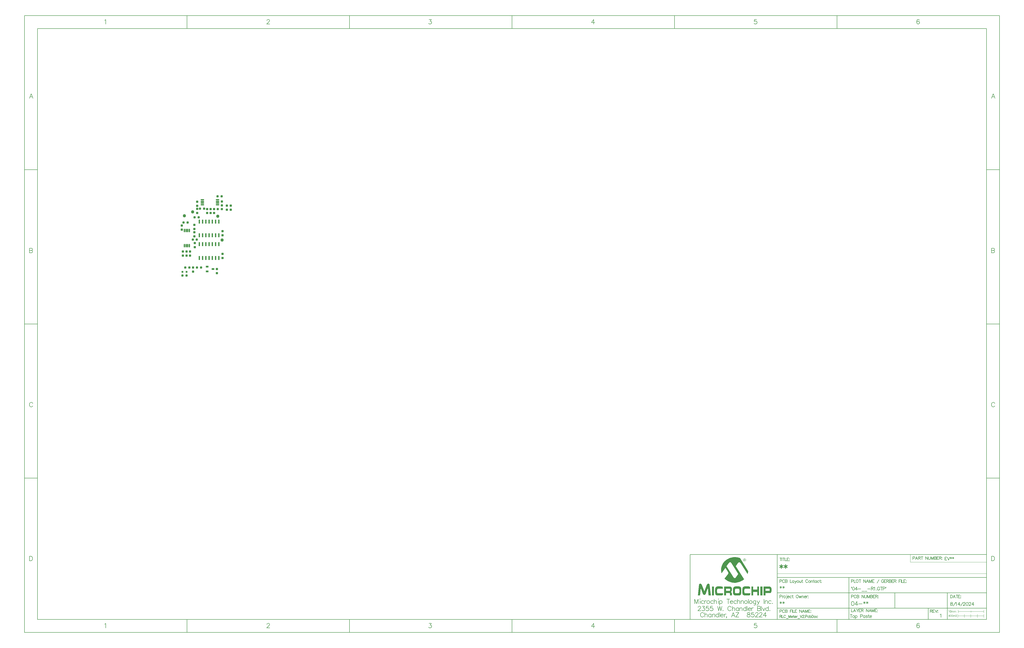
<source format=gtp>
G04*
G04 #@! TF.GenerationSoftware,Altium Limited,Altium Designer,24.4.1 (13)*
G04*
G04 Layer_Color=8421504*
%FSLAX43Y43*%
%MOMM*%
G71*
G04*
G04 #@! TF.SameCoordinates,2DE5EF95-E663-491B-9A70-27DC17531A01*
G04*
G04*
G04 #@! TF.FilePolarity,Positive*
G04*
G01*
G75*
%ADD10C,0.200*%
%ADD13C,0.178*%
%ADD14C,0.150*%
%ADD15C,0.100*%
%ADD16C,0.127*%
%ADD17C,0.180*%
%ADD18C,0.350*%
G04:AMPARAMS|DCode=19|XSize=0.9mm|YSize=0.8mm|CornerRadius=0.2mm|HoleSize=0mm|Usage=FLASHONLY|Rotation=180.000|XOffset=0mm|YOffset=0mm|HoleType=Round|Shape=RoundedRectangle|*
%AMROUNDEDRECTD19*
21,1,0.900,0.400,0,0,180.0*
21,1,0.500,0.800,0,0,180.0*
1,1,0.400,-0.250,0.200*
1,1,0.400,0.250,0.200*
1,1,0.400,0.250,-0.200*
1,1,0.400,-0.250,-0.200*
%
%ADD19ROUNDEDRECTD19*%
%ADD20C,1.270*%
%ADD21R,0.800X0.800*%
%ADD22R,0.600X1.500*%
G04:AMPARAMS|DCode=23|XSize=0.9mm|YSize=0.8mm|CornerRadius=0.2mm|HoleSize=0mm|Usage=FLASHONLY|Rotation=270.000|XOffset=0mm|YOffset=0mm|HoleType=Round|Shape=RoundedRectangle|*
%AMROUNDEDRECTD23*
21,1,0.900,0.400,0,0,270.0*
21,1,0.500,0.800,0,0,270.0*
1,1,0.400,-0.200,-0.250*
1,1,0.400,-0.200,0.250*
1,1,0.400,0.200,0.250*
1,1,0.400,0.200,-0.250*
%
%ADD23ROUNDEDRECTD23*%
%ADD24R,1.050X0.650*%
%ADD25O,0.450X1.450*%
%ADD26O,1.450X0.450*%
G36*
X224613Y-109042D02*
X224697Y-109070D01*
X224810Y-109112D01*
X224909Y-109169D01*
X224994Y-109267D01*
X225050Y-109408D01*
X225078Y-109578D01*
X225078Y-109606D01*
X225064Y-109662D01*
X225050Y-109761D01*
X225008Y-109860D01*
X224951Y-109973D01*
X224852Y-110058D01*
X224711Y-110128D01*
X224528Y-110156D01*
X224486Y-110156D01*
X224443Y-110142D01*
X224387Y-110128D01*
X224246Y-110086D01*
X224175Y-110043D01*
X224105Y-109987D01*
X224105Y-109973D01*
X224076Y-109959D01*
X224020Y-109874D01*
X223964Y-109747D01*
X223949Y-109662D01*
X223935Y-109578D01*
X223935Y-109564D01*
X223935Y-109535D01*
X223949Y-109493D01*
X223964Y-109451D01*
X224020Y-109324D01*
X224062Y-109253D01*
X224119Y-109197D01*
X224133Y-109183D01*
X224147Y-109169D01*
X224232Y-109112D01*
X224359Y-109056D01*
X224443Y-109028D01*
X224556Y-109028D01*
X224613Y-109042D01*
X224613Y-109042D02*
G37*
G36*
X221001Y-108548D02*
X221113Y-108562D01*
X221255Y-108562D01*
X221396Y-108590D01*
X221720Y-108632D01*
X222073Y-108717D01*
X222426Y-108816D01*
X222778Y-108957D01*
X225939Y-113994D01*
X225939Y-114008D01*
X225939Y-114036D01*
X225925Y-114093D01*
X225925Y-114149D01*
X225911Y-114234D01*
X225897Y-114333D01*
X225854Y-114544D01*
X225854Y-114559D01*
X225840Y-114601D01*
X225826Y-114657D01*
X225812Y-114728D01*
X225784Y-114827D01*
X225756Y-114925D01*
X225685Y-115165D01*
X222934Y-110862D01*
X222919Y-110848D01*
X222905Y-110805D01*
X222849Y-110749D01*
X222792Y-110692D01*
X222722Y-110636D01*
X222637Y-110580D01*
X222553Y-110537D01*
X222440Y-110523D01*
X222397Y-110523D01*
X222355Y-110537D01*
X222299Y-110565D01*
X222228Y-110608D01*
X222143Y-110664D01*
X222073Y-110735D01*
X221988Y-110848D01*
X221071Y-112103D01*
X224302Y-117197D01*
X224288Y-117211D01*
X224232Y-117253D01*
X224147Y-117324D01*
X224034Y-117409D01*
X223879Y-117522D01*
X223695Y-117634D01*
X223498Y-117761D01*
X223258Y-117888D01*
X223004Y-118015D01*
X222708Y-118142D01*
X222412Y-118255D01*
X222073Y-118368D01*
X221720Y-118453D01*
X221353Y-118523D01*
X220972Y-118566D01*
X220563Y-118580D01*
X220464Y-118580D01*
X220352Y-118566D01*
X220196Y-118552D01*
X219999Y-118523D01*
X219773Y-118495D01*
X219533Y-118439D01*
X219251Y-118368D01*
X218969Y-118283D01*
X218658Y-118171D01*
X218334Y-118044D01*
X218009Y-117888D01*
X217685Y-117691D01*
X217360Y-117479D01*
X217050Y-117225D01*
X216739Y-116929D01*
X218108Y-115038D01*
X218122Y-115024D01*
X218136Y-114968D01*
X218165Y-114883D01*
X218179Y-114812D01*
X218193Y-114728D01*
X218193Y-114700D01*
X218179Y-114629D01*
X218136Y-114502D01*
X218052Y-114347D01*
X217036Y-112752D01*
X215526Y-114855D01*
X215526Y-114841D01*
X215512Y-114827D01*
X215498Y-114742D01*
X215470Y-114615D01*
X215441Y-114446D01*
X215399Y-114234D01*
X215371Y-114008D01*
X215357Y-113740D01*
X215343Y-113472D01*
X215343Y-113444D01*
X215343Y-113387D01*
X215357Y-113275D01*
X215371Y-113148D01*
X215385Y-112978D01*
X215413Y-112781D01*
X215470Y-112555D01*
X215526Y-112315D01*
X215597Y-112061D01*
X215695Y-111779D01*
X215822Y-111497D01*
X215949Y-111215D01*
X216119Y-110932D01*
X216316Y-110636D01*
X216542Y-110354D01*
X216796Y-110086D01*
X216810Y-110072D01*
X216866Y-110015D01*
X216951Y-109945D01*
X217078Y-109846D01*
X217233Y-109719D01*
X217417Y-109592D01*
X217628Y-109451D01*
X217868Y-109310D01*
X218136Y-109169D01*
X218433Y-109028D01*
X218757Y-108886D01*
X219096Y-108774D01*
X219463Y-108675D01*
X219858Y-108604D01*
X220267Y-108548D01*
X220704Y-108534D01*
X220902Y-108534D01*
X221001Y-108548D01*
X221001Y-108548D02*
G37*
G36*
X226249Y-120005D02*
X226320Y-120019D01*
X226376Y-120033D01*
X226390Y-120033D01*
X226419Y-120047D01*
X226517Y-120090D01*
X226574Y-120146D01*
X226616Y-120202D01*
X226659Y-120273D01*
X226687Y-120372D01*
X226687Y-120386D01*
X226701Y-120400D01*
X226701Y-120442D01*
X226715Y-120513D01*
X226715Y-120583D01*
X226729Y-120682D01*
X226729Y-120795D01*
X226729Y-120922D01*
X224838Y-120880D01*
X224824Y-120880D01*
X224768Y-120894D01*
X224697Y-120908D01*
X224627Y-120964D01*
X224542Y-121035D01*
X224472Y-121162D01*
X224443Y-121247D01*
X224415Y-121345D01*
X224401Y-121444D01*
X224401Y-121571D01*
X224401Y-121952D01*
X224401Y-121966D01*
X224401Y-121980D01*
X224415Y-122065D01*
X224429Y-122164D01*
X224457Y-122291D01*
X224500Y-122418D01*
X224584Y-122531D01*
X224683Y-122615D01*
X224754Y-122629D01*
X224824Y-122643D01*
X226757Y-122643D01*
X226757Y-122672D01*
X226757Y-122728D01*
X226757Y-122827D01*
X226743Y-122940D01*
X226729Y-123053D01*
X226715Y-123165D01*
X226687Y-123264D01*
X226644Y-123335D01*
X226644Y-123349D01*
X226616Y-123363D01*
X226574Y-123391D01*
X226517Y-123419D01*
X226433Y-123462D01*
X226320Y-123490D01*
X226179Y-123504D01*
X226009Y-123518D01*
X224599Y-123518D01*
X224486Y-123504D01*
X224345Y-123476D01*
X224203Y-123434D01*
X224048Y-123363D01*
X223921Y-123278D01*
X223822Y-123151D01*
X223822Y-123137D01*
X223794Y-123095D01*
X223766Y-123024D01*
X223738Y-122940D01*
X223710Y-122813D01*
X223681Y-122672D01*
X223667Y-122488D01*
X223653Y-122291D01*
X223653Y-121247D01*
X223653Y-121232D01*
X223653Y-121204D01*
X223653Y-121162D01*
X223667Y-121105D01*
X223681Y-120964D01*
X223710Y-120781D01*
X223752Y-120597D01*
X223837Y-120414D01*
X223935Y-120259D01*
X224006Y-120188D01*
X224076Y-120132D01*
X224091Y-120132D01*
X224119Y-120104D01*
X224161Y-120090D01*
X224232Y-120061D01*
X224316Y-120033D01*
X224429Y-120019D01*
X224556Y-119991D01*
X226080Y-119991D01*
X226249Y-120005D01*
X226249Y-120005D02*
G37*
G36*
X230172Y-123490D02*
X229452Y-123490D01*
X229452Y-122178D01*
X227886Y-122178D01*
X227886Y-123490D01*
X227209Y-123490D01*
X227209Y-120033D01*
X227886Y-120033D01*
X227886Y-121247D01*
X229452Y-121247D01*
X229452Y-120033D01*
X230172Y-120033D01*
X230172Y-123490D01*
X230172Y-123490D02*
G37*
G36*
X210475Y-118904D02*
X210545Y-118918D01*
X210630Y-118961D01*
X210700Y-119017D01*
X210771Y-119116D01*
X210842Y-119243D01*
X210870Y-119426D01*
X211335Y-123490D01*
X210461Y-123490D01*
X210221Y-120569D01*
X210207Y-120569D01*
X209318Y-122911D01*
X209318Y-122926D01*
X209290Y-122968D01*
X209247Y-123038D01*
X209191Y-123109D01*
X209120Y-123180D01*
X209036Y-123250D01*
X208937Y-123292D01*
X208810Y-123307D01*
X208753Y-123307D01*
X208683Y-123278D01*
X208598Y-123250D01*
X208499Y-123208D01*
X208415Y-123137D01*
X208344Y-123038D01*
X208274Y-122911D01*
X207385Y-120612D01*
X207371Y-120612D01*
X207117Y-123490D01*
X206270Y-123490D01*
X206707Y-119384D01*
X206707Y-119356D01*
X206722Y-119299D01*
X206750Y-119229D01*
X206792Y-119130D01*
X206849Y-119045D01*
X206933Y-118961D01*
X207046Y-118904D01*
X207173Y-118890D01*
X207244Y-118890D01*
X207328Y-118918D01*
X207427Y-118947D01*
X207526Y-119003D01*
X207639Y-119088D01*
X207723Y-119201D01*
X207808Y-119356D01*
X208796Y-121867D01*
X208810Y-121867D01*
X209797Y-119356D01*
X209812Y-119342D01*
X209826Y-119285D01*
X209882Y-119215D01*
X209939Y-119116D01*
X210023Y-119031D01*
X210136Y-118961D01*
X210263Y-118904D01*
X210418Y-118890D01*
X210432Y-118890D01*
X210475Y-118904D01*
X210475Y-118904D02*
G37*
G36*
X234306Y-120047D02*
X234419Y-120061D01*
X234546Y-120104D01*
X234687Y-120174D01*
X234814Y-120273D01*
X234927Y-120414D01*
X235011Y-120612D01*
X235011Y-120626D01*
X235026Y-120654D01*
X235026Y-120710D01*
X235040Y-120781D01*
X235054Y-120866D01*
X235054Y-120964D01*
X235068Y-121091D01*
X235068Y-121218D01*
X235068Y-121486D01*
X235068Y-121515D01*
X235068Y-121585D01*
X235054Y-121698D01*
X235040Y-121825D01*
X235011Y-121980D01*
X234983Y-122135D01*
X234927Y-122262D01*
X234856Y-122389D01*
X234856Y-122404D01*
X234828Y-122418D01*
X234786Y-122460D01*
X234743Y-122502D01*
X234673Y-122545D01*
X234588Y-122573D01*
X234504Y-122601D01*
X234391Y-122615D01*
X232669Y-122615D01*
X232669Y-123490D01*
X231964Y-123490D01*
X231964Y-120033D01*
X234235Y-120033D01*
X234306Y-120047D01*
X234306Y-120047D02*
G37*
G36*
X231498Y-123490D02*
X230680Y-123490D01*
X230680Y-120033D01*
X231498Y-120033D01*
X231498Y-123490D01*
X231498Y-123490D02*
G37*
G36*
X218997Y-120047D02*
X219110Y-120090D01*
X219237Y-120160D01*
X219293Y-120217D01*
X219364Y-120287D01*
X219420Y-120372D01*
X219463Y-120470D01*
X219519Y-120583D01*
X219547Y-120724D01*
X219561Y-120880D01*
X219575Y-121063D01*
X219575Y-121275D01*
X219575Y-121289D01*
X219575Y-121303D01*
X219575Y-121388D01*
X219561Y-121515D01*
X219533Y-121656D01*
X219477Y-121797D01*
X219406Y-121938D01*
X219307Y-122051D01*
X219180Y-122135D01*
X219180Y-122150D01*
X219195Y-122150D01*
X219237Y-122178D01*
X219307Y-122220D01*
X219378Y-122291D01*
X219448Y-122389D01*
X219519Y-122516D01*
X219561Y-122686D01*
X219575Y-122911D01*
X219575Y-123490D01*
X218842Y-123490D01*
X218842Y-123081D01*
X218842Y-123067D01*
X218842Y-123038D01*
X218842Y-122982D01*
X218842Y-122926D01*
X218828Y-122813D01*
X218828Y-122756D01*
X218814Y-122714D01*
X218799Y-122700D01*
X218757Y-122643D01*
X218687Y-122601D01*
X218560Y-122587D01*
X217276Y-122587D01*
X217276Y-123490D01*
X216542Y-123490D01*
X216542Y-120033D01*
X218912Y-120033D01*
X218997Y-120047D01*
X218997Y-120047D02*
G37*
G36*
X212577Y-123490D02*
X211773Y-123490D01*
X211773Y-120033D01*
X212577Y-120033D01*
X212577Y-123490D01*
X212577Y-123490D02*
G37*
G36*
X222426Y-120005D02*
X222553Y-120033D01*
X222680Y-120061D01*
X222821Y-120118D01*
X222934Y-120202D01*
X223032Y-120301D01*
X223046Y-120315D01*
X223075Y-120358D01*
X223103Y-120428D01*
X223145Y-120527D01*
X223188Y-120668D01*
X223230Y-120823D01*
X223244Y-121007D01*
X223258Y-121232D01*
X223258Y-122277D01*
X223258Y-122291D01*
X223258Y-122319D01*
X223258Y-122361D01*
X223244Y-122432D01*
X223230Y-122587D01*
X223202Y-122784D01*
X223131Y-122982D01*
X223046Y-123180D01*
X222919Y-123335D01*
X222835Y-123405D01*
X222750Y-123448D01*
X222736Y-123448D01*
X222708Y-123462D01*
X222665Y-123476D01*
X222609Y-123476D01*
X222538Y-123490D01*
X222454Y-123504D01*
X222228Y-123518D01*
X220958Y-123518D01*
X220845Y-123504D01*
X220718Y-123476D01*
X220577Y-123434D01*
X220436Y-123377D01*
X220309Y-123292D01*
X220196Y-123180D01*
X220182Y-123165D01*
X220168Y-123123D01*
X220140Y-123053D01*
X220112Y-122954D01*
X220069Y-122841D01*
X220041Y-122686D01*
X220027Y-122488D01*
X220013Y-122277D01*
X220013Y-121232D01*
X220013Y-121218D01*
X220013Y-121190D01*
X220013Y-121134D01*
X220027Y-121063D01*
X220041Y-120894D01*
X220083Y-120696D01*
X220154Y-120485D01*
X220267Y-120301D01*
X220337Y-120217D01*
X220408Y-120146D01*
X220507Y-120090D01*
X220605Y-120047D01*
X220620Y-120047D01*
X220634Y-120033D01*
X220676Y-120033D01*
X220732Y-120019D01*
X220874Y-120005D01*
X221057Y-119991D01*
X222327Y-119991D01*
X222426Y-120005D01*
X222426Y-120005D02*
G37*
G36*
X215357Y-120005D02*
X215526Y-120005D01*
X215681Y-120019D01*
X215808Y-120047D01*
X215851Y-120061D01*
X215879Y-120075D01*
X215893Y-120075D01*
X215907Y-120104D01*
X215935Y-120146D01*
X215977Y-120217D01*
X216020Y-120315D01*
X216048Y-120456D01*
X216062Y-120640D01*
X216076Y-120880D01*
X214171Y-120880D01*
X214087Y-120894D01*
X213988Y-120936D01*
X213889Y-121021D01*
X213875Y-121049D01*
X213861Y-121077D01*
X213833Y-121134D01*
X213819Y-121204D01*
X213790Y-121303D01*
X213776Y-121430D01*
X213776Y-121571D01*
X213776Y-121952D01*
X213776Y-121966D01*
X213776Y-122023D01*
X213776Y-122093D01*
X213790Y-122164D01*
X213805Y-122347D01*
X213819Y-122418D01*
X213833Y-122474D01*
X213847Y-122502D01*
X213903Y-122559D01*
X213960Y-122587D01*
X214016Y-122615D01*
X214101Y-122629D01*
X214186Y-122643D01*
X216119Y-122643D01*
X216119Y-122672D01*
X216119Y-122728D01*
X216119Y-122813D01*
X216104Y-122911D01*
X216076Y-123137D01*
X216048Y-123236D01*
X216020Y-123307D01*
X216020Y-123321D01*
X215992Y-123335D01*
X215949Y-123377D01*
X215893Y-123405D01*
X215794Y-123448D01*
X215681Y-123490D01*
X215540Y-123504D01*
X215371Y-123518D01*
X213974Y-123518D01*
X213875Y-123504D01*
X213748Y-123476D01*
X213607Y-123448D01*
X213466Y-123405D01*
X213339Y-123335D01*
X213240Y-123236D01*
X213226Y-123222D01*
X213212Y-123180D01*
X213170Y-123109D01*
X213127Y-123010D01*
X213085Y-122883D01*
X213057Y-122714D01*
X213029Y-122516D01*
X213014Y-122277D01*
X213014Y-121232D01*
X213014Y-121218D01*
X213014Y-121190D01*
X213014Y-121134D01*
X213029Y-121063D01*
X213057Y-120880D01*
X213099Y-120668D01*
X213184Y-120456D01*
X213311Y-120259D01*
X213395Y-120174D01*
X213494Y-120104D01*
X213593Y-120047D01*
X213720Y-120019D01*
X213748Y-120019D01*
X213819Y-120005D01*
X213932Y-119991D01*
X215187Y-119991D01*
X215357Y-120005D01*
X215357Y-120005D02*
G37*
%LPC*%
G36*
X224528Y-109126D02*
X224457Y-109126D01*
X224373Y-109155D01*
X224288Y-109183D01*
X224189Y-109239D01*
X224119Y-109310D01*
X224062Y-109423D01*
X224034Y-109578D01*
X224034Y-109592D01*
X224034Y-109606D01*
X224048Y-109691D01*
X224091Y-109804D01*
X224175Y-109931D01*
X224203Y-109959D01*
X224274Y-110001D01*
X224387Y-110043D01*
X224528Y-110072D01*
X224542Y-110072D01*
X224599Y-110058D01*
X224669Y-110043D01*
X224768Y-110015D01*
X224852Y-109945D01*
X224923Y-109860D01*
X224979Y-109747D01*
X224994Y-109578D01*
X224994Y-109564D01*
X224994Y-109507D01*
X224965Y-109437D01*
X224937Y-109352D01*
X224881Y-109267D01*
X224796Y-109197D01*
X224683Y-109140D01*
X224528Y-109126D01*
X224528Y-109126D02*
G37*
%LPD*%
G36*
X224655Y-109282D02*
X224726Y-109338D01*
X224754Y-109380D01*
X224768Y-109451D01*
X224768Y-109465D01*
X224768Y-109479D01*
X224754Y-109550D01*
X224697Y-109606D01*
X224655Y-109634D01*
X224599Y-109648D01*
X224782Y-109931D01*
X224669Y-109931D01*
X224500Y-109648D01*
X224387Y-109648D01*
X224387Y-109931D01*
X224288Y-109931D01*
X224288Y-109253D01*
X224570Y-109253D01*
X224655Y-109282D01*
X224655Y-109282D02*
G37*
%LPC*%
G36*
X224556Y-109352D02*
X224387Y-109352D01*
X224387Y-109564D01*
X224570Y-109564D01*
X224613Y-109550D01*
X224641Y-109521D01*
X224655Y-109451D01*
X224655Y-109437D01*
X224641Y-109394D01*
X224613Y-109366D01*
X224556Y-109352D01*
X224556Y-109352D02*
G37*
G36*
X218870Y-110509D02*
X218828Y-110509D01*
X218771Y-110523D01*
X218715Y-110551D01*
X218644Y-110594D01*
X218560Y-110650D01*
X218475Y-110721D01*
X218390Y-110834D01*
X217501Y-112089D01*
X220196Y-116365D01*
X220210Y-116379D01*
X220239Y-116421D01*
X220281Y-116492D01*
X220337Y-116548D01*
X220408Y-116619D01*
X220493Y-116689D01*
X220563Y-116731D01*
X220648Y-116746D01*
X220690Y-116746D01*
X220747Y-116731D01*
X220803Y-116703D01*
X220874Y-116675D01*
X220958Y-116633D01*
X221043Y-116562D01*
X221113Y-116463D01*
X222059Y-115109D01*
X219350Y-110848D01*
X219336Y-110834D01*
X219307Y-110791D01*
X219265Y-110735D01*
X219209Y-110678D01*
X219138Y-110622D01*
X219053Y-110565D01*
X218969Y-110523D01*
X218870Y-110509D01*
X218870Y-110509D02*
G37*
G36*
X234038Y-120866D02*
X232669Y-120866D01*
X232669Y-121740D01*
X234123Y-121740D01*
X234151Y-121726D01*
X234193Y-121698D01*
X234235Y-121656D01*
X234278Y-121585D01*
X234292Y-121501D01*
X234306Y-121388D01*
X234306Y-121247D01*
X234306Y-121232D01*
X234306Y-121190D01*
X234292Y-121120D01*
X234278Y-121049D01*
X234235Y-120993D01*
X234193Y-120922D01*
X234123Y-120880D01*
X234038Y-120866D01*
X234038Y-120866D02*
G37*
G36*
X218531Y-120866D02*
X217276Y-120866D01*
X217276Y-121726D01*
X218644Y-121726D01*
X218687Y-121712D01*
X218743Y-121684D01*
X218799Y-121642D01*
X218842Y-121571D01*
X218870Y-121486D01*
X218884Y-121359D01*
X218884Y-121247D01*
X218884Y-121232D01*
X218884Y-121190D01*
X218870Y-121120D01*
X218842Y-121049D01*
X218799Y-120993D01*
X218729Y-120922D01*
X218644Y-120880D01*
X218531Y-120866D01*
X218531Y-120866D02*
G37*
G36*
X222129Y-120866D02*
X221170Y-120866D01*
X221085Y-120880D01*
X220972Y-120936D01*
X220916Y-120964D01*
X220874Y-121021D01*
X220859Y-121049D01*
X220845Y-121091D01*
X220817Y-121148D01*
X220803Y-121218D01*
X220775Y-121317D01*
X220761Y-121430D01*
X220761Y-121571D01*
X220761Y-121952D01*
X220761Y-121966D01*
X220761Y-122023D01*
X220761Y-122079D01*
X220775Y-122164D01*
X220789Y-122347D01*
X220803Y-122432D01*
X220831Y-122502D01*
X220845Y-122531D01*
X220902Y-122573D01*
X221001Y-122615D01*
X221071Y-122643D01*
X222101Y-122643D01*
X222158Y-122629D01*
X222228Y-122601D01*
X222313Y-122559D01*
X222397Y-122474D01*
X222468Y-122347D01*
X222496Y-122277D01*
X222524Y-122178D01*
X222538Y-122079D01*
X222538Y-121952D01*
X222538Y-121571D01*
X222538Y-121557D01*
X222538Y-121501D01*
X222538Y-121444D01*
X222524Y-121359D01*
X222482Y-121176D01*
X222440Y-121091D01*
X222397Y-121021D01*
X222397Y-121007D01*
X222369Y-120993D01*
X222299Y-120936D01*
X222200Y-120894D01*
X222129Y-120866D01*
X222129Y-120866D02*
G37*
%LPD*%
D10*
X303544Y-108490D02*
X302770Y-108490D01*
X302770Y-109740D01*
X303544Y-109740D01*
X302770Y-109085D02*
X303246Y-109085D01*
X303752Y-108490D02*
X304228Y-109740D01*
X304704Y-108490D02*
X304228Y-109740D01*
X305162Y-108490D02*
X305162Y-109204D01*
X304865Y-108669D02*
X305460Y-109026D01*
X305460Y-108669D02*
X304865Y-109026D01*
X306013Y-108490D02*
X306013Y-109204D01*
X305716Y-108669D02*
X306311Y-109026D01*
X306311Y-108669D02*
X305716Y-109026D01*
D13*
X300948Y-131051D02*
X301067Y-130991D01*
X301245Y-130813D01*
X301245Y-132062D01*
X238651Y-119890D02*
X238651Y-120804D01*
X238270Y-120119D02*
X239032Y-120576D01*
X239032Y-120119D02*
X238270Y-120576D01*
X239740Y-119890D02*
X239740Y-120804D01*
X239359Y-120119D02*
X240121Y-120576D01*
X240121Y-120119D02*
X239359Y-120576D01*
X208540Y-130636D02*
X208455Y-130466D01*
X208286Y-130297D01*
X208117Y-130212D01*
X207778Y-130212D01*
X207609Y-130297D01*
X207439Y-130466D01*
X207355Y-130636D01*
X207270Y-130890D01*
X207270Y-131313D01*
X207355Y-131567D01*
X207439Y-131736D01*
X207609Y-131905D01*
X207778Y-131990D01*
X208117Y-131990D01*
X208286Y-131905D01*
X208455Y-131736D01*
X208540Y-131567D01*
X209039Y-130212D02*
X209039Y-131990D01*
X209039Y-131143D02*
X209293Y-130890D01*
X209462Y-130805D01*
X209716Y-130805D01*
X209886Y-130890D01*
X209970Y-131143D01*
X209970Y-131990D01*
X211452Y-130805D02*
X211452Y-131990D01*
X211452Y-131059D02*
X211282Y-130890D01*
X211113Y-130805D01*
X210859Y-130805D01*
X210690Y-130890D01*
X210521Y-131059D01*
X210436Y-131313D01*
X210436Y-131482D01*
X210521Y-131736D01*
X210690Y-131905D01*
X210859Y-131990D01*
X211113Y-131990D01*
X211282Y-131905D01*
X211452Y-131736D01*
X211926Y-130805D02*
X211926Y-131990D01*
X211926Y-131143D02*
X212180Y-130890D01*
X212349Y-130805D01*
X212603Y-130805D01*
X212772Y-130890D01*
X212857Y-131143D01*
X212857Y-131990D01*
X214338Y-130212D02*
X214338Y-131990D01*
X214338Y-131059D02*
X214169Y-130890D01*
X214000Y-130805D01*
X213746Y-130805D01*
X213576Y-130890D01*
X213407Y-131059D01*
X213322Y-131313D01*
X213322Y-131482D01*
X213407Y-131736D01*
X213576Y-131905D01*
X213746Y-131990D01*
X214000Y-131990D01*
X214169Y-131905D01*
X214338Y-131736D01*
X214812Y-130212D02*
X214812Y-131990D01*
X215185Y-131313D02*
X216200Y-131313D01*
X216200Y-131143D01*
X216116Y-130974D01*
X216031Y-130890D01*
X215862Y-130805D01*
X215608Y-130805D01*
X215439Y-130890D01*
X215269Y-131059D01*
X215185Y-131313D01*
X215185Y-131482D01*
X215269Y-131736D01*
X215439Y-131905D01*
X215608Y-131990D01*
X215862Y-131990D01*
X216031Y-131905D01*
X216200Y-131736D01*
X216581Y-130805D02*
X216581Y-131990D01*
X216581Y-131313D02*
X216666Y-131059D01*
X216835Y-130890D01*
X217005Y-130805D01*
X217259Y-130805D01*
X217589Y-131905D02*
X217504Y-131990D01*
X217419Y-131905D01*
X217504Y-131821D01*
X217589Y-131905D01*
X217589Y-132075D01*
X217504Y-132244D01*
X217419Y-132329D01*
X220729Y-131990D02*
X220052Y-130212D01*
X219375Y-131990D01*
X219629Y-131397D02*
X220475Y-131397D01*
X222329Y-130212D02*
X221144Y-131990D01*
X221144Y-130212D02*
X222329Y-130212D01*
X221144Y-131990D02*
X222329Y-131990D01*
X225943Y-130212D02*
X225690Y-130297D01*
X225605Y-130466D01*
X225605Y-130636D01*
X225690Y-130805D01*
X225859Y-130890D01*
X226197Y-130974D01*
X226451Y-131059D01*
X226621Y-131228D01*
X226705Y-131397D01*
X226705Y-131651D01*
X226621Y-131821D01*
X226536Y-131905D01*
X226282Y-131990D01*
X225943Y-131990D01*
X225690Y-131905D01*
X225605Y-131821D01*
X225520Y-131651D01*
X225520Y-131397D01*
X225605Y-131228D01*
X225774Y-131059D01*
X226028Y-130974D01*
X226367Y-130890D01*
X226536Y-130805D01*
X226621Y-130636D01*
X226621Y-130466D01*
X226536Y-130297D01*
X226282Y-130212D01*
X225943Y-130212D01*
X228119Y-130212D02*
X227272Y-130212D01*
X227188Y-130974D01*
X227272Y-130890D01*
X227526Y-130805D01*
X227780Y-130805D01*
X228034Y-130890D01*
X228204Y-131059D01*
X228288Y-131313D01*
X228288Y-131482D01*
X228204Y-131736D01*
X228034Y-131905D01*
X227780Y-131990D01*
X227526Y-131990D01*
X227272Y-131905D01*
X227188Y-131821D01*
X227103Y-131651D01*
X228771Y-130636D02*
X228771Y-130551D01*
X228855Y-130382D01*
X228940Y-130297D01*
X229109Y-130212D01*
X229448Y-130212D01*
X229617Y-130297D01*
X229702Y-130382D01*
X229787Y-130551D01*
X229787Y-130720D01*
X229702Y-130890D01*
X229533Y-131143D01*
X228686Y-131990D01*
X229871Y-131990D01*
X230354Y-130636D02*
X230354Y-130551D01*
X230438Y-130382D01*
X230523Y-130297D01*
X230692Y-130212D01*
X231031Y-130212D01*
X231200Y-130297D01*
X231285Y-130382D01*
X231369Y-130551D01*
X231369Y-130720D01*
X231285Y-130890D01*
X231116Y-131143D01*
X230269Y-131990D01*
X231454Y-131990D01*
X232698Y-130212D02*
X231852Y-131397D01*
X233122Y-131397D01*
X232698Y-130212D02*
X232698Y-131990D01*
X206355Y-128136D02*
X206355Y-128051D01*
X206439Y-127882D01*
X206524Y-127797D01*
X206693Y-127712D01*
X207032Y-127712D01*
X207201Y-127797D01*
X207286Y-127882D01*
X207370Y-128051D01*
X207370Y-128220D01*
X207286Y-128390D01*
X207117Y-128643D01*
X206270Y-129490D01*
X207455Y-129490D01*
X208022Y-127712D02*
X208953Y-127712D01*
X208445Y-128390D01*
X208699Y-128390D01*
X208869Y-128474D01*
X208953Y-128559D01*
X209038Y-128813D01*
X209038Y-128982D01*
X208953Y-129236D01*
X208784Y-129405D01*
X208530Y-129490D01*
X208276Y-129490D01*
X208022Y-129405D01*
X207938Y-129321D01*
X207853Y-129151D01*
X210452Y-127712D02*
X209605Y-127712D01*
X209521Y-128474D01*
X209605Y-128390D01*
X209859Y-128305D01*
X210113Y-128305D01*
X210367Y-128390D01*
X210536Y-128559D01*
X210621Y-128813D01*
X210621Y-128982D01*
X210536Y-129236D01*
X210367Y-129405D01*
X210113Y-129490D01*
X209859Y-129490D01*
X209605Y-129405D01*
X209521Y-129321D01*
X209436Y-129151D01*
X212035Y-127712D02*
X211188Y-127712D01*
X211103Y-128474D01*
X211188Y-128390D01*
X211442Y-128305D01*
X211696Y-128305D01*
X211950Y-128390D01*
X212119Y-128559D01*
X212204Y-128813D01*
X212204Y-128982D01*
X212119Y-129236D01*
X211950Y-129405D01*
X211696Y-129490D01*
X211442Y-129490D01*
X211188Y-129405D01*
X211103Y-129321D01*
X211019Y-129151D01*
X213998Y-127712D02*
X214422Y-129490D01*
X214845Y-127712D02*
X214422Y-129490D01*
X214845Y-127712D02*
X215268Y-129490D01*
X215691Y-127712D02*
X215268Y-129490D01*
X216132Y-129321D02*
X216047Y-129405D01*
X216132Y-129490D01*
X216216Y-129405D01*
X216132Y-129321D01*
X219272Y-128136D02*
X219187Y-127966D01*
X219018Y-127797D01*
X218849Y-127712D01*
X218510Y-127712D01*
X218341Y-127797D01*
X218172Y-127966D01*
X218087Y-128136D01*
X218002Y-128390D01*
X218002Y-128813D01*
X218087Y-129067D01*
X218172Y-129236D01*
X218341Y-129405D01*
X218510Y-129490D01*
X218849Y-129490D01*
X219018Y-129405D01*
X219187Y-129236D01*
X219272Y-129067D01*
X219771Y-127712D02*
X219771Y-129490D01*
X219771Y-128643D02*
X220025Y-128390D01*
X220195Y-128305D01*
X220449Y-128305D01*
X220618Y-128390D01*
X220703Y-128643D01*
X220703Y-129490D01*
X222184Y-128305D02*
X222184Y-129490D01*
X222184Y-128559D02*
X222015Y-128390D01*
X221845Y-128305D01*
X221591Y-128305D01*
X221422Y-128390D01*
X221253Y-128559D01*
X221168Y-128813D01*
X221168Y-128982D01*
X221253Y-129236D01*
X221422Y-129405D01*
X221591Y-129490D01*
X221845Y-129490D01*
X222015Y-129405D01*
X222184Y-129236D01*
X222658Y-128305D02*
X222658Y-129490D01*
X222658Y-128643D02*
X222912Y-128390D01*
X223081Y-128305D01*
X223335Y-128305D01*
X223504Y-128390D01*
X223589Y-128643D01*
X223589Y-129490D01*
X225070Y-127712D02*
X225070Y-129490D01*
X225070Y-128559D02*
X224901Y-128390D01*
X224732Y-128305D01*
X224478Y-128305D01*
X224309Y-128390D01*
X224139Y-128559D01*
X224055Y-128813D01*
X224055Y-128982D01*
X224139Y-129236D01*
X224309Y-129405D01*
X224478Y-129490D01*
X224732Y-129490D01*
X224901Y-129405D01*
X225070Y-129236D01*
X225544Y-127712D02*
X225544Y-129490D01*
X225917Y-128813D02*
X226933Y-128813D01*
X226933Y-128643D01*
X226848Y-128474D01*
X226763Y-128390D01*
X226594Y-128305D01*
X226340Y-128305D01*
X226171Y-128390D01*
X226002Y-128559D01*
X225917Y-128813D01*
X225917Y-128982D01*
X226002Y-129236D01*
X226171Y-129405D01*
X226340Y-129490D01*
X226594Y-129490D01*
X226763Y-129405D01*
X226933Y-129236D01*
X227314Y-128305D02*
X227314Y-129490D01*
X227314Y-128813D02*
X227398Y-128559D01*
X227568Y-128390D01*
X227737Y-128305D01*
X227991Y-128305D01*
X229548Y-127712D02*
X229548Y-129490D01*
X229548Y-127712D02*
X230310Y-127712D01*
X230564Y-127797D01*
X230649Y-127882D01*
X230733Y-128051D01*
X230733Y-128220D01*
X230649Y-128390D01*
X230564Y-128474D01*
X230310Y-128559D01*
X229548Y-128559D02*
X230310Y-128559D01*
X230564Y-128643D01*
X230649Y-128728D01*
X230733Y-128897D01*
X230733Y-129151D01*
X230649Y-129321D01*
X230564Y-129405D01*
X230310Y-129490D01*
X229548Y-129490D01*
X231131Y-127712D02*
X231131Y-129490D01*
X231504Y-128305D02*
X232012Y-129490D01*
X232520Y-128305D02*
X232012Y-129490D01*
X233823Y-127712D02*
X233823Y-129490D01*
X233823Y-128559D02*
X233654Y-128390D01*
X233485Y-128305D01*
X233231Y-128305D01*
X233061Y-128390D01*
X232892Y-128559D01*
X232807Y-128813D01*
X232807Y-128982D01*
X232892Y-129236D01*
X233061Y-129405D01*
X233231Y-129490D01*
X233485Y-129490D01*
X233654Y-129405D01*
X233823Y-129236D01*
X234382Y-129321D02*
X234297Y-129405D01*
X234382Y-129490D01*
X234466Y-129405D01*
X234382Y-129321D01*
X205040Y-124972D02*
X205040Y-126750D01*
X205040Y-124972D02*
X205717Y-126750D01*
X206394Y-124972D02*
X205717Y-126750D01*
X206394Y-124972D02*
X206394Y-126750D01*
X207072Y-124972D02*
X207156Y-125057D01*
X207241Y-124972D01*
X207156Y-124888D01*
X207072Y-124972D01*
X207156Y-125565D02*
X207156Y-126750D01*
X208570Y-125819D02*
X208401Y-125650D01*
X208231Y-125565D01*
X207977Y-125565D01*
X207808Y-125650D01*
X207639Y-125819D01*
X207554Y-126073D01*
X207554Y-126242D01*
X207639Y-126496D01*
X207808Y-126665D01*
X207977Y-126750D01*
X208231Y-126750D01*
X208401Y-126665D01*
X208570Y-126496D01*
X208951Y-125565D02*
X208951Y-126750D01*
X208951Y-126073D02*
X209035Y-125819D01*
X209205Y-125650D01*
X209374Y-125565D01*
X209628Y-125565D01*
X210212Y-125565D02*
X210043Y-125650D01*
X209873Y-125819D01*
X209789Y-126073D01*
X209789Y-126242D01*
X209873Y-126496D01*
X210043Y-126665D01*
X210212Y-126750D01*
X210466Y-126750D01*
X210635Y-126665D01*
X210805Y-126496D01*
X210889Y-126242D01*
X210889Y-126073D01*
X210805Y-125819D01*
X210635Y-125650D01*
X210466Y-125565D01*
X210212Y-125565D01*
X212294Y-125819D02*
X212125Y-125650D01*
X211956Y-125565D01*
X211702Y-125565D01*
X211533Y-125650D01*
X211363Y-125819D01*
X211279Y-126073D01*
X211279Y-126242D01*
X211363Y-126496D01*
X211533Y-126665D01*
X211702Y-126750D01*
X211956Y-126750D01*
X212125Y-126665D01*
X212294Y-126496D01*
X212675Y-124972D02*
X212675Y-126750D01*
X212675Y-125903D02*
X212929Y-125650D01*
X213099Y-125565D01*
X213353Y-125565D01*
X213522Y-125650D01*
X213606Y-125903D01*
X213606Y-126750D01*
X214241Y-124972D02*
X214326Y-125057D01*
X214411Y-124972D01*
X214326Y-124888D01*
X214241Y-124972D01*
X214326Y-125565D02*
X214326Y-126750D01*
X214724Y-125565D02*
X214724Y-127343D01*
X214724Y-125819D02*
X214893Y-125650D01*
X215062Y-125565D01*
X215316Y-125565D01*
X215486Y-125650D01*
X215655Y-125819D01*
X215740Y-126073D01*
X215740Y-126242D01*
X215655Y-126496D01*
X215486Y-126665D01*
X215316Y-126750D01*
X215062Y-126750D01*
X214893Y-126665D01*
X214724Y-126496D01*
X218110Y-124972D02*
X218110Y-126750D01*
X217517Y-124972D02*
X218702Y-124972D01*
X218914Y-126073D02*
X219930Y-126073D01*
X219930Y-125903D01*
X219845Y-125734D01*
X219760Y-125650D01*
X219591Y-125565D01*
X219337Y-125565D01*
X219168Y-125650D01*
X218999Y-125819D01*
X218914Y-126073D01*
X218914Y-126242D01*
X218999Y-126496D01*
X219168Y-126665D01*
X219337Y-126750D01*
X219591Y-126750D01*
X219760Y-126665D01*
X219930Y-126496D01*
X221326Y-125819D02*
X221157Y-125650D01*
X220988Y-125565D01*
X220734Y-125565D01*
X220565Y-125650D01*
X220395Y-125819D01*
X220311Y-126073D01*
X220311Y-126242D01*
X220395Y-126496D01*
X220565Y-126665D01*
X220734Y-126750D01*
X220988Y-126750D01*
X221157Y-126665D01*
X221326Y-126496D01*
X221707Y-124972D02*
X221707Y-126750D01*
X221707Y-125903D02*
X221961Y-125650D01*
X222131Y-125565D01*
X222385Y-125565D01*
X222554Y-125650D01*
X222638Y-125903D01*
X222638Y-126750D01*
X223104Y-125565D02*
X223104Y-126750D01*
X223104Y-125903D02*
X223358Y-125650D01*
X223527Y-125565D01*
X223781Y-125565D01*
X223951Y-125650D01*
X224035Y-125903D01*
X224035Y-126750D01*
X224924Y-125565D02*
X224755Y-125650D01*
X224585Y-125819D01*
X224501Y-126073D01*
X224501Y-126242D01*
X224585Y-126496D01*
X224755Y-126665D01*
X224924Y-126750D01*
X225178Y-126750D01*
X225347Y-126665D01*
X225516Y-126496D01*
X225601Y-126242D01*
X225601Y-126073D01*
X225516Y-125819D01*
X225347Y-125650D01*
X225178Y-125565D01*
X224924Y-125565D01*
X225991Y-124972D02*
X225991Y-126750D01*
X226786Y-125565D02*
X226617Y-125650D01*
X226448Y-125819D01*
X226363Y-126073D01*
X226363Y-126242D01*
X226448Y-126496D01*
X226617Y-126665D01*
X226786Y-126750D01*
X227040Y-126750D01*
X227209Y-126665D01*
X227379Y-126496D01*
X227463Y-126242D01*
X227463Y-126073D01*
X227379Y-125819D01*
X227209Y-125650D01*
X227040Y-125565D01*
X226786Y-125565D01*
X228869Y-125565D02*
X228869Y-126919D01*
X228784Y-127173D01*
X228699Y-127258D01*
X228530Y-127343D01*
X228276Y-127343D01*
X228107Y-127258D01*
X228869Y-125819D02*
X228699Y-125650D01*
X228530Y-125565D01*
X228276Y-125565D01*
X228107Y-125650D01*
X227937Y-125819D01*
X227853Y-126073D01*
X227853Y-126242D01*
X227937Y-126496D01*
X228107Y-126665D01*
X228276Y-126750D01*
X228530Y-126750D01*
X228699Y-126665D01*
X228869Y-126496D01*
X229427Y-125565D02*
X229935Y-126750D01*
X230443Y-125565D02*
X229935Y-126750D01*
X229766Y-127089D01*
X229597Y-127258D01*
X229427Y-127343D01*
X229343Y-127343D01*
X232136Y-124972D02*
X232136Y-126750D01*
X232508Y-125565D02*
X232508Y-126750D01*
X232508Y-125903D02*
X232762Y-125650D01*
X232932Y-125565D01*
X233186Y-125565D01*
X233355Y-125650D01*
X233440Y-125903D01*
X233440Y-126750D01*
X234921Y-125819D02*
X234752Y-125650D01*
X234582Y-125565D01*
X234328Y-125565D01*
X234159Y-125650D01*
X233990Y-125819D01*
X233905Y-126073D01*
X233905Y-126242D01*
X233990Y-126496D01*
X234159Y-126665D01*
X234328Y-126750D01*
X234582Y-126750D01*
X234752Y-126665D01*
X234921Y-126496D01*
X235387Y-126581D02*
X235302Y-126665D01*
X235387Y-126750D01*
X235471Y-126665D01*
X235387Y-126581D01*
X266330Y-120359D02*
X266270Y-120300D01*
X266330Y-120240D01*
X266389Y-120300D01*
X266389Y-120419D01*
X266330Y-120538D01*
X266270Y-120597D01*
X267020Y-120240D02*
X266841Y-120300D01*
X266722Y-120478D01*
X266663Y-120776D01*
X266663Y-120954D01*
X266722Y-121252D01*
X266841Y-121430D01*
X267020Y-121490D01*
X267139Y-121490D01*
X267317Y-121430D01*
X267436Y-121252D01*
X267496Y-120954D01*
X267496Y-120776D01*
X267436Y-120478D01*
X267317Y-120300D01*
X267139Y-120240D01*
X267020Y-120240D01*
X268371Y-120240D02*
X267776Y-121073D01*
X268668Y-121073D01*
X268371Y-120240D02*
X268371Y-121490D01*
X268889Y-120954D02*
X269960Y-120954D01*
X270329Y-121907D02*
X271281Y-121907D01*
X271442Y-121907D02*
X272394Y-121907D01*
X272554Y-120954D02*
X273626Y-120954D01*
X273995Y-120240D02*
X273995Y-121490D01*
X273995Y-120240D02*
X274530Y-120240D01*
X274709Y-120300D01*
X274768Y-120359D01*
X274828Y-120478D01*
X274828Y-120597D01*
X274768Y-120716D01*
X274709Y-120776D01*
X274530Y-120835D01*
X273995Y-120835D01*
X274411Y-120835D02*
X274828Y-121490D01*
X275107Y-120478D02*
X275226Y-120419D01*
X275405Y-120240D01*
X275405Y-121490D01*
X276083Y-121371D02*
X276024Y-121430D01*
X276083Y-121490D01*
X276143Y-121430D01*
X276083Y-121371D01*
X277309Y-120538D02*
X277250Y-120419D01*
X277131Y-120300D01*
X277012Y-120240D01*
X276774Y-120240D01*
X276655Y-120300D01*
X276536Y-120419D01*
X276476Y-120538D01*
X276417Y-120716D01*
X276417Y-121014D01*
X276476Y-121192D01*
X276536Y-121311D01*
X276655Y-121430D01*
X276774Y-121490D01*
X277012Y-121490D01*
X277131Y-121430D01*
X277250Y-121311D01*
X277309Y-121192D01*
X277309Y-121014D01*
X277012Y-121014D02*
X277309Y-121014D01*
X278012Y-120240D02*
X278012Y-121490D01*
X277595Y-120240D02*
X278428Y-120240D01*
X278577Y-120895D02*
X279113Y-120895D01*
X279291Y-120835D01*
X279351Y-120776D01*
X279410Y-120657D01*
X279410Y-120478D01*
X279351Y-120359D01*
X279291Y-120300D01*
X279113Y-120240D01*
X278577Y-120240D01*
X278577Y-121490D01*
X279749Y-120359D02*
X279690Y-120300D01*
X279749Y-120240D01*
X279809Y-120300D01*
X279809Y-120419D01*
X279749Y-120538D01*
X279690Y-120597D01*
X292852Y-134688D02*
X292767Y-134519D01*
X292513Y-134434D01*
X292344Y-134434D01*
X292090Y-134519D01*
X291920Y-134773D01*
X291836Y-135196D01*
X291836Y-135619D01*
X291920Y-135958D01*
X292090Y-136127D01*
X292344Y-136212D01*
X292428Y-136212D01*
X292682Y-136127D01*
X292852Y-135958D01*
X292936Y-135704D01*
X292936Y-135619D01*
X292852Y-135365D01*
X292682Y-135196D01*
X292428Y-135112D01*
X292344Y-135112D01*
X292090Y-135196D01*
X291920Y-135365D01*
X291836Y-135619D01*
X229225Y-134434D02*
X228378Y-134434D01*
X228293Y-135196D01*
X228378Y-135112D01*
X228632Y-135027D01*
X228886Y-135027D01*
X229140Y-135112D01*
X229309Y-135281D01*
X229394Y-135535D01*
X229394Y-135704D01*
X229309Y-135958D01*
X229140Y-136127D01*
X228886Y-136212D01*
X228632Y-136212D01*
X228378Y-136127D01*
X228293Y-136043D01*
X228209Y-135873D01*
X165581Y-134434D02*
X164734Y-135619D01*
X166004Y-135619D01*
X165581Y-134434D02*
X165581Y-136212D01*
X101234Y-134434D02*
X102166Y-134434D01*
X101658Y-135112D01*
X101912Y-135112D01*
X102081Y-135196D01*
X102166Y-135281D01*
X102250Y-135535D01*
X102250Y-135704D01*
X102166Y-135958D01*
X101996Y-136127D01*
X101742Y-136212D01*
X101488Y-136212D01*
X101234Y-136127D01*
X101150Y-136043D01*
X101065Y-135873D01*
X37920Y-134858D02*
X37920Y-134773D01*
X38005Y-134604D01*
X38090Y-134519D01*
X38259Y-134434D01*
X38598Y-134434D01*
X38767Y-134519D01*
X38852Y-134604D01*
X38936Y-134773D01*
X38936Y-134942D01*
X38852Y-135112D01*
X38682Y-135365D01*
X37836Y-136212D01*
X39021Y-136212D01*
X-25554Y-134773D02*
X-25385Y-134688D01*
X-25131Y-134434D01*
X-25131Y-136212D01*
X-54925Y-108222D02*
X-54925Y-109999D01*
X-54925Y-108222D02*
X-54332Y-108222D01*
X-54078Y-108306D01*
X-53909Y-108476D01*
X-53825Y-108645D01*
X-53740Y-108899D01*
X-53740Y-109322D01*
X-53825Y-109576D01*
X-53909Y-109745D01*
X-54078Y-109915D01*
X-54332Y-109999D01*
X-54925Y-109999D01*
X-53655Y-48447D02*
X-53740Y-48278D01*
X-53909Y-48108D01*
X-54078Y-48024D01*
X-54417Y-48024D01*
X-54586Y-48108D01*
X-54756Y-48278D01*
X-54840Y-48447D01*
X-54925Y-48701D01*
X-54925Y-49124D01*
X-54840Y-49378D01*
X-54756Y-49547D01*
X-54586Y-49717D01*
X-54417Y-49801D01*
X-54078Y-49801D01*
X-53909Y-49717D01*
X-53740Y-49547D01*
X-53655Y-49378D01*
X-54925Y12301D02*
X-54925Y10524D01*
X-54925Y12301D02*
X-54163Y12301D01*
X-53909Y12217D01*
X-53825Y12132D01*
X-53740Y11963D01*
X-53740Y11794D01*
X-53825Y11624D01*
X-53909Y11540D01*
X-54163Y11455D01*
X-54925Y11455D02*
X-54163Y11455D01*
X-53909Y11370D01*
X-53825Y11286D01*
X-53740Y11116D01*
X-53740Y10862D01*
X-53825Y10693D01*
X-53909Y10608D01*
X-54163Y10524D01*
X-54925Y10524D01*
X-53571Y70976D02*
X-54248Y72753D01*
X-54925Y70976D01*
X-54671Y71568D02*
X-53825Y71568D01*
X320995Y-108222D02*
X320995Y-109999D01*
X320995Y-108222D02*
X321588Y-108222D01*
X321842Y-108306D01*
X322011Y-108476D01*
X322095Y-108645D01*
X322180Y-108899D01*
X322180Y-109322D01*
X322095Y-109576D01*
X322011Y-109745D01*
X321842Y-109915D01*
X321588Y-109999D01*
X320995Y-109999D01*
X322265Y-48447D02*
X322180Y-48278D01*
X322011Y-48108D01*
X321842Y-48024D01*
X321503Y-48024D01*
X321334Y-48108D01*
X321164Y-48278D01*
X321080Y-48447D01*
X320995Y-48701D01*
X320995Y-49124D01*
X321080Y-49378D01*
X321164Y-49547D01*
X321334Y-49717D01*
X321503Y-49801D01*
X321842Y-49801D01*
X322011Y-49717D01*
X322180Y-49547D01*
X322265Y-49378D01*
X320995Y12301D02*
X320995Y10524D01*
X320995Y12301D02*
X321757Y12301D01*
X322011Y12217D01*
X322095Y12132D01*
X322180Y11963D01*
X322180Y11794D01*
X322095Y11624D01*
X322011Y11540D01*
X321757Y11455D01*
X320995Y11455D02*
X321757Y11455D01*
X322011Y11370D01*
X322095Y11286D01*
X322180Y11116D01*
X322180Y10862D01*
X322095Y10693D01*
X322011Y10608D01*
X321757Y10524D01*
X320995Y10524D01*
X322349Y70976D02*
X321672Y72753D01*
X320995Y70976D01*
X321249Y71568D02*
X322095Y71568D01*
X292852Y101532D02*
X292767Y101701D01*
X292513Y101786D01*
X292344Y101786D01*
X292090Y101701D01*
X291920Y101447D01*
X291836Y101024D01*
X291836Y100601D01*
X291920Y100262D01*
X292090Y100093D01*
X292344Y100008D01*
X292428Y100008D01*
X292682Y100093D01*
X292852Y100262D01*
X292936Y100516D01*
X292936Y100601D01*
X292852Y100855D01*
X292682Y101024D01*
X292428Y101108D01*
X292344Y101108D01*
X292090Y101024D01*
X291920Y100855D01*
X291836Y100601D01*
X229225Y101786D02*
X228378Y101786D01*
X228293Y101024D01*
X228378Y101108D01*
X228632Y101193D01*
X228886Y101193D01*
X229140Y101108D01*
X229309Y100939D01*
X229394Y100685D01*
X229394Y100516D01*
X229309Y100262D01*
X229140Y100093D01*
X228886Y100008D01*
X228632Y100008D01*
X228378Y100093D01*
X228293Y100177D01*
X228209Y100347D01*
X165581Y101786D02*
X164734Y100601D01*
X166004Y100601D01*
X165581Y101786D02*
X165581Y100008D01*
X101234Y101786D02*
X102166Y101786D01*
X101658Y101108D01*
X101912Y101108D01*
X102081Y101024D01*
X102166Y100939D01*
X102250Y100685D01*
X102250Y100516D01*
X102166Y100262D01*
X101996Y100093D01*
X101742Y100008D01*
X101488Y100008D01*
X101234Y100093D01*
X101150Y100177D01*
X101065Y100347D01*
X37920Y101362D02*
X37920Y101447D01*
X38005Y101616D01*
X38090Y101701D01*
X38259Y101786D01*
X38598Y101786D01*
X38767Y101701D01*
X38852Y101616D01*
X38936Y101447D01*
X38936Y101278D01*
X38852Y101108D01*
X38682Y100855D01*
X37836Y100008D01*
X39021Y100008D01*
X-25554Y101447D02*
X-25385Y101532D01*
X-25131Y101786D01*
X-25131Y100008D01*
D14*
X266187Y-130990D02*
X266187Y-132240D01*
X265770Y-130990D02*
X266603Y-130990D01*
X267049Y-131407D02*
X266930Y-131466D01*
X266811Y-131585D01*
X266752Y-131764D01*
X266752Y-131883D01*
X266811Y-132061D01*
X266930Y-132180D01*
X267049Y-132240D01*
X267228Y-132240D01*
X267347Y-132180D01*
X267466Y-132061D01*
X267526Y-131883D01*
X267526Y-131764D01*
X267466Y-131585D01*
X267347Y-131466D01*
X267228Y-131407D01*
X267049Y-131407D01*
X267799Y-131407D02*
X267799Y-132657D01*
X267799Y-131585D02*
X267918Y-131466D01*
X268037Y-131407D01*
X268216Y-131407D01*
X268335Y-131466D01*
X268454Y-131585D01*
X268513Y-131764D01*
X268513Y-131883D01*
X268454Y-132061D01*
X268335Y-132180D01*
X268216Y-132240D01*
X268037Y-132240D01*
X267918Y-132180D01*
X267799Y-132061D01*
X269763Y-131645D02*
X270299Y-131645D01*
X270477Y-131585D01*
X270537Y-131526D01*
X270596Y-131407D01*
X270596Y-131228D01*
X270537Y-131109D01*
X270477Y-131050D01*
X270299Y-130990D01*
X269763Y-130990D01*
X269763Y-132240D01*
X271590Y-131407D02*
X271590Y-132240D01*
X271590Y-131585D02*
X271471Y-131466D01*
X271352Y-131407D01*
X271174Y-131407D01*
X271055Y-131466D01*
X270936Y-131585D01*
X270876Y-131764D01*
X270876Y-131883D01*
X270936Y-132061D01*
X271055Y-132180D01*
X271174Y-132240D01*
X271352Y-132240D01*
X271471Y-132180D01*
X271590Y-132061D01*
X272578Y-131585D02*
X272519Y-131466D01*
X272340Y-131407D01*
X272161Y-131407D01*
X271983Y-131466D01*
X271923Y-131585D01*
X271983Y-131704D01*
X272102Y-131764D01*
X272400Y-131823D01*
X272519Y-131883D01*
X272578Y-132002D01*
X272578Y-132061D01*
X272519Y-132180D01*
X272340Y-132240D01*
X272161Y-132240D01*
X271983Y-132180D01*
X271923Y-132061D01*
X273018Y-130990D02*
X273018Y-132002D01*
X273078Y-132180D01*
X273197Y-132240D01*
X273316Y-132240D01*
X272840Y-131407D02*
X273257Y-131407D01*
X273495Y-131764D02*
X274209Y-131764D01*
X274209Y-131645D01*
X274149Y-131526D01*
X274090Y-131466D01*
X273971Y-131407D01*
X273792Y-131407D01*
X273673Y-131466D01*
X273554Y-131585D01*
X273495Y-131764D01*
X273495Y-131883D01*
X273554Y-132061D01*
X273673Y-132180D01*
X273792Y-132240D01*
X273971Y-132240D01*
X274090Y-132180D01*
X274209Y-132061D01*
X266270Y-128840D02*
X266270Y-129990D01*
X266927Y-129990D01*
X267929Y-129990D02*
X267491Y-128840D01*
X267053Y-129990D01*
X267217Y-129607D02*
X267765Y-129607D01*
X268197Y-128840D02*
X268635Y-129388D01*
X268635Y-129990D01*
X269073Y-128840D02*
X268635Y-129388D01*
X269933Y-128840D02*
X269221Y-128840D01*
X269221Y-129990D01*
X269933Y-129990D01*
X269221Y-129388D02*
X269659Y-129388D01*
X270124Y-128840D02*
X270124Y-129990D01*
X270124Y-128840D02*
X270617Y-128840D01*
X270781Y-128895D01*
X270836Y-128950D01*
X270891Y-129059D01*
X270891Y-129169D01*
X270836Y-129278D01*
X270781Y-129333D01*
X270617Y-129388D01*
X270124Y-129388D01*
X270508Y-129388D02*
X270891Y-129990D01*
X272052Y-128840D02*
X272052Y-129990D01*
X272052Y-128840D02*
X272818Y-129990D01*
X272818Y-128840D02*
X272818Y-129990D01*
X274012Y-129990D02*
X273574Y-128840D01*
X273136Y-129990D01*
X273300Y-129607D02*
X273847Y-129607D01*
X274280Y-128840D02*
X274280Y-129990D01*
X274280Y-128840D02*
X274718Y-129990D01*
X275156Y-128840D02*
X274718Y-129990D01*
X275156Y-128840D02*
X275156Y-129990D01*
X276196Y-128840D02*
X275484Y-128840D01*
X275484Y-129990D01*
X276196Y-129990D01*
X275484Y-129388D02*
X275922Y-129388D01*
X276443Y-129223D02*
X276388Y-129278D01*
X276443Y-129333D01*
X276497Y-129278D01*
X276443Y-129223D01*
X276443Y-129880D02*
X276388Y-129935D01*
X276443Y-129990D01*
X276497Y-129935D01*
X276443Y-129880D01*
X238270Y-129692D02*
X238763Y-129692D01*
X238927Y-129638D01*
X238982Y-129583D01*
X239037Y-129473D01*
X239037Y-129309D01*
X238982Y-129200D01*
X238927Y-129145D01*
X238763Y-129090D01*
X238270Y-129090D01*
X238270Y-130240D01*
X240115Y-129364D02*
X240060Y-129254D01*
X239951Y-129145D01*
X239841Y-129090D01*
X239622Y-129090D01*
X239513Y-129145D01*
X239403Y-129254D01*
X239349Y-129364D01*
X239294Y-129528D01*
X239294Y-129802D01*
X239349Y-129966D01*
X239403Y-130076D01*
X239513Y-130185D01*
X239622Y-130240D01*
X239841Y-130240D01*
X239951Y-130185D01*
X240060Y-130076D01*
X240115Y-129966D01*
X240438Y-129090D02*
X240438Y-130240D01*
X240438Y-129090D02*
X240931Y-129090D01*
X241095Y-129145D01*
X241150Y-129200D01*
X241205Y-129309D01*
X241205Y-129419D01*
X241150Y-129528D01*
X241095Y-129583D01*
X240931Y-129638D01*
X240438Y-129638D02*
X240931Y-129638D01*
X241095Y-129692D01*
X241150Y-129747D01*
X241205Y-129857D01*
X241205Y-130021D01*
X241150Y-130130D01*
X241095Y-130185D01*
X240931Y-130240D01*
X240438Y-130240D01*
X242365Y-129090D02*
X242365Y-130240D01*
X242365Y-129090D02*
X243077Y-129090D01*
X242365Y-129638D02*
X242803Y-129638D01*
X243208Y-129090D02*
X243208Y-130240D01*
X243449Y-129090D02*
X243449Y-130240D01*
X244106Y-130240D01*
X244944Y-129090D02*
X244232Y-129090D01*
X244232Y-130240D01*
X244944Y-130240D01*
X244232Y-129638D02*
X244670Y-129638D01*
X246039Y-129090D02*
X246039Y-130240D01*
X246039Y-129090D02*
X246806Y-130240D01*
X246806Y-129090D02*
X246806Y-130240D01*
X247999Y-130240D02*
X247561Y-129090D01*
X247123Y-130240D01*
X247287Y-129857D02*
X247835Y-129857D01*
X248267Y-129090D02*
X248267Y-130240D01*
X248267Y-129090D02*
X248705Y-130240D01*
X249143Y-129090D02*
X248705Y-130240D01*
X249143Y-129090D02*
X249143Y-130240D01*
X250184Y-129090D02*
X249472Y-129090D01*
X249472Y-130240D01*
X250184Y-130240D01*
X249472Y-129638D02*
X249910Y-129638D01*
X250430Y-129473D02*
X250375Y-129528D01*
X250430Y-129583D01*
X250485Y-129528D01*
X250430Y-129473D01*
X250430Y-130130D02*
X250375Y-130185D01*
X250430Y-130240D01*
X250485Y-130185D01*
X250430Y-130130D01*
X238270Y-131240D02*
X238270Y-132240D01*
X238270Y-131240D02*
X238699Y-131240D01*
X238841Y-131288D01*
X238889Y-131335D01*
X238937Y-131431D01*
X238937Y-131526D01*
X238889Y-131621D01*
X238841Y-131669D01*
X238699Y-131716D01*
X238270Y-131716D01*
X238603Y-131716D02*
X238937Y-132240D01*
X239160Y-131240D02*
X239160Y-132240D01*
X239732Y-132240D01*
X240555Y-131478D02*
X240508Y-131383D01*
X240412Y-131288D01*
X240317Y-131240D01*
X240127Y-131240D01*
X240032Y-131288D01*
X239936Y-131383D01*
X239889Y-131478D01*
X239841Y-131621D01*
X239841Y-131859D01*
X239889Y-132002D01*
X239936Y-132097D01*
X240032Y-132192D01*
X240127Y-132240D01*
X240317Y-132240D01*
X240412Y-132192D01*
X240508Y-132097D01*
X240555Y-132002D01*
X240836Y-132573D02*
X241598Y-132573D01*
X241726Y-131240D02*
X241726Y-132240D01*
X241726Y-131240D02*
X242107Y-132240D01*
X242488Y-131240D02*
X242107Y-132240D01*
X242488Y-131240D02*
X242488Y-132240D01*
X242774Y-131859D02*
X243345Y-131859D01*
X243345Y-131764D01*
X243298Y-131669D01*
X243250Y-131621D01*
X243155Y-131573D01*
X243012Y-131573D01*
X242917Y-131621D01*
X242821Y-131716D01*
X242774Y-131859D01*
X242774Y-131954D01*
X242821Y-132097D01*
X242917Y-132192D01*
X243012Y-132240D01*
X243155Y-132240D01*
X243250Y-132192D01*
X243345Y-132097D01*
X243702Y-131240D02*
X243702Y-132050D01*
X243750Y-132192D01*
X243845Y-132240D01*
X243940Y-132240D01*
X243559Y-131573D02*
X243893Y-131573D01*
X244083Y-131859D02*
X244654Y-131859D01*
X244654Y-131764D01*
X244607Y-131669D01*
X244559Y-131621D01*
X244464Y-131573D01*
X244321Y-131573D01*
X244226Y-131621D01*
X244131Y-131716D01*
X244083Y-131859D01*
X244083Y-131954D01*
X244131Y-132097D01*
X244226Y-132192D01*
X244321Y-132240D01*
X244464Y-132240D01*
X244559Y-132192D01*
X244654Y-132097D01*
X244869Y-131573D02*
X244869Y-132240D01*
X244869Y-131859D02*
X244916Y-131716D01*
X245011Y-131621D01*
X245107Y-131573D01*
X245249Y-131573D01*
X245340Y-132573D02*
X246102Y-132573D01*
X246230Y-131240D02*
X246611Y-132240D01*
X246992Y-131240D02*
X246611Y-132240D01*
X247168Y-131478D02*
X247168Y-131431D01*
X247216Y-131335D01*
X247263Y-131288D01*
X247359Y-131240D01*
X247549Y-131240D01*
X247644Y-131288D01*
X247692Y-131335D01*
X247739Y-131431D01*
X247739Y-131526D01*
X247692Y-131621D01*
X247597Y-131764D01*
X247120Y-132240D01*
X247787Y-132240D01*
X248058Y-132145D02*
X248011Y-132192D01*
X248058Y-132240D01*
X248106Y-132192D01*
X248058Y-132145D01*
X248325Y-131764D02*
X248753Y-131764D01*
X248896Y-131716D01*
X248944Y-131669D01*
X248992Y-131573D01*
X248992Y-131431D01*
X248944Y-131335D01*
X248896Y-131288D01*
X248753Y-131240D01*
X248325Y-131240D01*
X248325Y-132240D01*
X249787Y-131716D02*
X249691Y-131621D01*
X249596Y-131573D01*
X249453Y-131573D01*
X249358Y-131621D01*
X249263Y-131716D01*
X249215Y-131859D01*
X249215Y-131954D01*
X249263Y-132097D01*
X249358Y-132192D01*
X249453Y-132240D01*
X249596Y-132240D01*
X249691Y-132192D01*
X249787Y-132097D01*
X250001Y-131240D02*
X250001Y-132240D01*
X250001Y-131716D02*
X250096Y-131621D01*
X250191Y-131573D01*
X250334Y-131573D01*
X250429Y-131621D01*
X250525Y-131716D01*
X250572Y-131859D01*
X250572Y-131954D01*
X250525Y-132097D01*
X250429Y-132192D01*
X250334Y-132240D01*
X250191Y-132240D01*
X250096Y-132192D01*
X250001Y-132097D01*
X250786Y-131240D02*
X250786Y-132240D01*
X250786Y-131240D02*
X251120Y-131240D01*
X251262Y-131288D01*
X251358Y-131383D01*
X251405Y-131478D01*
X251453Y-131621D01*
X251453Y-131859D01*
X251405Y-132002D01*
X251358Y-132097D01*
X251262Y-132192D01*
X251120Y-132240D01*
X250786Y-132240D01*
X251915Y-131573D02*
X251819Y-131621D01*
X251724Y-131716D01*
X251677Y-131859D01*
X251677Y-131954D01*
X251724Y-132097D01*
X251819Y-132192D01*
X251915Y-132240D01*
X252058Y-132240D01*
X252153Y-132192D01*
X252248Y-132097D01*
X252296Y-131954D01*
X252296Y-131859D01*
X252248Y-131716D01*
X252153Y-131621D01*
X252058Y-131573D01*
X251915Y-131573D01*
X253086Y-131716D02*
X252991Y-131621D01*
X252895Y-131573D01*
X252753Y-131573D01*
X252657Y-131621D01*
X252562Y-131716D01*
X252515Y-131859D01*
X252515Y-131954D01*
X252562Y-132097D01*
X252657Y-132192D01*
X252753Y-132240D01*
X252895Y-132240D01*
X252991Y-132192D01*
X253086Y-132097D01*
X238270Y-117942D02*
X238763Y-117942D01*
X238927Y-117888D01*
X238982Y-117833D01*
X239037Y-117723D01*
X239037Y-117559D01*
X238982Y-117450D01*
X238927Y-117395D01*
X238763Y-117340D01*
X238270Y-117340D01*
X238270Y-118490D01*
X240115Y-117614D02*
X240060Y-117504D01*
X239951Y-117395D01*
X239841Y-117340D01*
X239622Y-117340D01*
X239513Y-117395D01*
X239403Y-117504D01*
X239349Y-117614D01*
X239294Y-117778D01*
X239294Y-118052D01*
X239349Y-118216D01*
X239403Y-118326D01*
X239513Y-118435D01*
X239622Y-118490D01*
X239841Y-118490D01*
X239951Y-118435D01*
X240060Y-118326D01*
X240115Y-118216D01*
X240438Y-117340D02*
X240438Y-118490D01*
X240438Y-117340D02*
X240931Y-117340D01*
X241095Y-117395D01*
X241150Y-117450D01*
X241205Y-117559D01*
X241205Y-117669D01*
X241150Y-117778D01*
X241095Y-117833D01*
X240931Y-117888D01*
X240438Y-117888D02*
X240931Y-117888D01*
X241095Y-117942D01*
X241150Y-117997D01*
X241205Y-118107D01*
X241205Y-118271D01*
X241150Y-118380D01*
X241095Y-118435D01*
X240931Y-118490D01*
X240438Y-118490D01*
X242365Y-117340D02*
X242365Y-118490D01*
X243022Y-118490D01*
X243805Y-117723D02*
X243805Y-118490D01*
X243805Y-117888D02*
X243696Y-117778D01*
X243586Y-117723D01*
X243422Y-117723D01*
X243313Y-117778D01*
X243203Y-117888D01*
X243148Y-118052D01*
X243148Y-118161D01*
X243203Y-118326D01*
X243313Y-118435D01*
X243422Y-118490D01*
X243586Y-118490D01*
X243696Y-118435D01*
X243805Y-118326D01*
X244167Y-117723D02*
X244495Y-118490D01*
X244824Y-117723D02*
X244495Y-118490D01*
X244386Y-118709D01*
X244276Y-118818D01*
X244167Y-118873D01*
X244112Y-118873D01*
X245289Y-117723D02*
X245179Y-117778D01*
X245070Y-117888D01*
X245015Y-118052D01*
X245015Y-118161D01*
X245070Y-118326D01*
X245179Y-118435D01*
X245289Y-118490D01*
X245453Y-118490D01*
X245563Y-118435D01*
X245672Y-118326D01*
X245727Y-118161D01*
X245727Y-118052D01*
X245672Y-117888D01*
X245563Y-117778D01*
X245453Y-117723D01*
X245289Y-117723D01*
X245979Y-117723D02*
X245979Y-118271D01*
X246034Y-118435D01*
X246143Y-118490D01*
X246307Y-118490D01*
X246417Y-118435D01*
X246581Y-118271D01*
X246581Y-117723D02*
X246581Y-118490D01*
X247046Y-117340D02*
X247046Y-118271D01*
X247101Y-118435D01*
X247211Y-118490D01*
X247320Y-118490D01*
X246882Y-117723D02*
X247265Y-117723D01*
X249209Y-117614D02*
X249154Y-117504D01*
X249045Y-117395D01*
X248935Y-117340D01*
X248716Y-117340D01*
X248607Y-117395D01*
X248497Y-117504D01*
X248443Y-117614D01*
X248388Y-117778D01*
X248388Y-118052D01*
X248443Y-118216D01*
X248497Y-118326D01*
X248607Y-118435D01*
X248716Y-118490D01*
X248935Y-118490D01*
X249045Y-118435D01*
X249154Y-118326D01*
X249209Y-118216D01*
X249806Y-117723D02*
X249696Y-117778D01*
X249587Y-117888D01*
X249532Y-118052D01*
X249532Y-118161D01*
X249587Y-118326D01*
X249696Y-118435D01*
X249806Y-118490D01*
X249970Y-118490D01*
X250080Y-118435D01*
X250189Y-118326D01*
X250244Y-118161D01*
X250244Y-118052D01*
X250189Y-117888D01*
X250080Y-117778D01*
X249970Y-117723D01*
X249806Y-117723D01*
X250496Y-117723D02*
X250496Y-118490D01*
X250496Y-117942D02*
X250660Y-117778D01*
X250769Y-117723D01*
X250934Y-117723D01*
X251043Y-117778D01*
X251098Y-117942D01*
X251098Y-118490D01*
X251563Y-117340D02*
X251563Y-118271D01*
X251618Y-118435D01*
X251728Y-118490D01*
X251837Y-118490D01*
X251399Y-117723D02*
X251782Y-117723D01*
X252658Y-117723D02*
X252658Y-118490D01*
X252658Y-117888D02*
X252549Y-117778D01*
X252439Y-117723D01*
X252275Y-117723D01*
X252166Y-117778D01*
X252056Y-117888D01*
X252001Y-118052D01*
X252001Y-118161D01*
X252056Y-118326D01*
X252166Y-118435D01*
X252275Y-118490D01*
X252439Y-118490D01*
X252549Y-118435D01*
X252658Y-118326D01*
X253622Y-117888D02*
X253512Y-117778D01*
X253403Y-117723D01*
X253239Y-117723D01*
X253129Y-117778D01*
X253020Y-117888D01*
X252965Y-118052D01*
X252965Y-118161D01*
X253020Y-118326D01*
X253129Y-118435D01*
X253239Y-118490D01*
X253403Y-118490D01*
X253512Y-118435D01*
X253622Y-118326D01*
X254033Y-117340D02*
X254033Y-118271D01*
X254087Y-118435D01*
X254197Y-118490D01*
X254306Y-118490D01*
X253868Y-117723D02*
X254252Y-117723D01*
X254525Y-117723D02*
X254471Y-117778D01*
X254525Y-117833D01*
X254580Y-117778D01*
X254525Y-117723D01*
X254525Y-118380D02*
X254471Y-118435D01*
X254525Y-118490D01*
X254580Y-118435D01*
X254525Y-118380D01*
X238270Y-123942D02*
X238763Y-123942D01*
X238927Y-123888D01*
X238982Y-123833D01*
X239037Y-123723D01*
X239037Y-123559D01*
X238982Y-123450D01*
X238927Y-123395D01*
X238763Y-123340D01*
X238270Y-123340D01*
X238270Y-124490D01*
X239294Y-123723D02*
X239294Y-124490D01*
X239294Y-124052D02*
X239349Y-123888D01*
X239458Y-123778D01*
X239568Y-123723D01*
X239732Y-123723D01*
X240110Y-123723D02*
X240000Y-123778D01*
X239891Y-123888D01*
X239836Y-124052D01*
X239836Y-124161D01*
X239891Y-124326D01*
X240000Y-124435D01*
X240110Y-124490D01*
X240274Y-124490D01*
X240383Y-124435D01*
X240493Y-124326D01*
X240548Y-124161D01*
X240548Y-124052D01*
X240493Y-123888D01*
X240383Y-123778D01*
X240274Y-123723D01*
X240110Y-123723D01*
X241018Y-123340D02*
X241073Y-123395D01*
X241128Y-123340D01*
X241073Y-123285D01*
X241018Y-123340D01*
X241073Y-123723D02*
X241073Y-124654D01*
X241018Y-124818D01*
X240909Y-124873D01*
X240799Y-124873D01*
X241342Y-124052D02*
X241999Y-124052D01*
X241999Y-123942D01*
X241944Y-123833D01*
X241889Y-123778D01*
X241779Y-123723D01*
X241615Y-123723D01*
X241506Y-123778D01*
X241396Y-123888D01*
X241342Y-124052D01*
X241342Y-124161D01*
X241396Y-124326D01*
X241506Y-124435D01*
X241615Y-124490D01*
X241779Y-124490D01*
X241889Y-124435D01*
X241999Y-124326D01*
X242902Y-123888D02*
X242792Y-123778D01*
X242683Y-123723D01*
X242519Y-123723D01*
X242409Y-123778D01*
X242300Y-123888D01*
X242245Y-124052D01*
X242245Y-124161D01*
X242300Y-124326D01*
X242409Y-124435D01*
X242519Y-124490D01*
X242683Y-124490D01*
X242792Y-124435D01*
X242902Y-124326D01*
X243313Y-123340D02*
X243313Y-124271D01*
X243367Y-124435D01*
X243477Y-124490D01*
X243586Y-124490D01*
X243148Y-123723D02*
X243532Y-123723D01*
X244982Y-123340D02*
X244873Y-123395D01*
X244763Y-123504D01*
X244709Y-123614D01*
X244654Y-123778D01*
X244654Y-124052D01*
X244709Y-124216D01*
X244763Y-124326D01*
X244873Y-124435D01*
X244982Y-124490D01*
X245201Y-124490D01*
X245311Y-124435D01*
X245420Y-124326D01*
X245475Y-124216D01*
X245530Y-124052D01*
X245530Y-123778D01*
X245475Y-123614D01*
X245420Y-123504D01*
X245311Y-123395D01*
X245201Y-123340D01*
X244982Y-123340D01*
X245798Y-123723D02*
X246017Y-124490D01*
X246236Y-123723D02*
X246017Y-124490D01*
X246236Y-123723D02*
X246455Y-124490D01*
X246674Y-123723D02*
X246455Y-124490D01*
X246942Y-123723D02*
X246942Y-124490D01*
X246942Y-123942D02*
X247107Y-123778D01*
X247216Y-123723D01*
X247380Y-123723D01*
X247490Y-123778D01*
X247545Y-123942D01*
X247545Y-124490D01*
X247846Y-124052D02*
X248503Y-124052D01*
X248503Y-123942D01*
X248448Y-123833D01*
X248393Y-123778D01*
X248284Y-123723D01*
X248120Y-123723D01*
X248010Y-123778D01*
X247901Y-123888D01*
X247846Y-124052D01*
X247846Y-124161D01*
X247901Y-124326D01*
X248010Y-124435D01*
X248120Y-124490D01*
X248284Y-124490D01*
X248393Y-124435D01*
X248503Y-124326D01*
X248749Y-123723D02*
X248749Y-124490D01*
X248749Y-124052D02*
X248804Y-123888D01*
X248913Y-123778D01*
X249023Y-123723D01*
X249187Y-123723D01*
X249346Y-123723D02*
X249291Y-123778D01*
X249346Y-123833D01*
X249401Y-123778D01*
X249346Y-123723D01*
X249346Y-124380D02*
X249291Y-124435D01*
X249346Y-124490D01*
X249401Y-124435D01*
X249346Y-124380D01*
X266270Y-123942D02*
X266763Y-123942D01*
X266927Y-123888D01*
X266982Y-123833D01*
X267037Y-123723D01*
X267037Y-123559D01*
X266982Y-123450D01*
X266927Y-123395D01*
X266763Y-123340D01*
X266270Y-123340D01*
X266270Y-124490D01*
X268115Y-123614D02*
X268060Y-123504D01*
X267951Y-123395D01*
X267841Y-123340D01*
X267622Y-123340D01*
X267513Y-123395D01*
X267403Y-123504D01*
X267349Y-123614D01*
X267294Y-123778D01*
X267294Y-124052D01*
X267349Y-124216D01*
X267403Y-124326D01*
X267513Y-124435D01*
X267622Y-124490D01*
X267841Y-124490D01*
X267951Y-124435D01*
X268060Y-124326D01*
X268115Y-124216D01*
X268438Y-123340D02*
X268438Y-124490D01*
X268438Y-123340D02*
X268931Y-123340D01*
X269095Y-123395D01*
X269150Y-123450D01*
X269205Y-123559D01*
X269205Y-123669D01*
X269150Y-123778D01*
X269095Y-123833D01*
X268931Y-123888D01*
X268438Y-123888D02*
X268931Y-123888D01*
X269095Y-123942D01*
X269150Y-123997D01*
X269205Y-124107D01*
X269205Y-124271D01*
X269150Y-124380D01*
X269095Y-124435D01*
X268931Y-124490D01*
X268438Y-124490D01*
X270365Y-123340D02*
X270365Y-124490D01*
X270365Y-123340D02*
X271132Y-124490D01*
X271132Y-123340D02*
X271132Y-124490D01*
X271449Y-123340D02*
X271449Y-124161D01*
X271504Y-124326D01*
X271614Y-124435D01*
X271778Y-124490D01*
X271887Y-124490D01*
X272052Y-124435D01*
X272161Y-124326D01*
X272216Y-124161D01*
X272216Y-123340D01*
X272533Y-123340D02*
X272533Y-124490D01*
X272533Y-123340D02*
X272971Y-124490D01*
X273409Y-123340D02*
X272971Y-124490D01*
X273409Y-123340D02*
X273409Y-124490D01*
X273738Y-123340D02*
X273738Y-124490D01*
X273738Y-123340D02*
X274231Y-123340D01*
X274395Y-123395D01*
X274450Y-123450D01*
X274504Y-123559D01*
X274504Y-123669D01*
X274450Y-123778D01*
X274395Y-123833D01*
X274231Y-123888D01*
X273738Y-123888D02*
X274231Y-123888D01*
X274395Y-123942D01*
X274450Y-123997D01*
X274504Y-124107D01*
X274504Y-124271D01*
X274450Y-124380D01*
X274395Y-124435D01*
X274231Y-124490D01*
X273738Y-124490D01*
X275474Y-123340D02*
X274762Y-123340D01*
X274762Y-124490D01*
X275474Y-124490D01*
X274762Y-123888D02*
X275200Y-123888D01*
X275665Y-123340D02*
X275665Y-124490D01*
X275665Y-123340D02*
X276158Y-123340D01*
X276322Y-123395D01*
X276377Y-123450D01*
X276432Y-123559D01*
X276432Y-123669D01*
X276377Y-123778D01*
X276322Y-123833D01*
X276158Y-123888D01*
X275665Y-123888D01*
X276048Y-123888D02*
X276432Y-124490D01*
X276744Y-123723D02*
X276689Y-123778D01*
X276744Y-123833D01*
X276798Y-123778D01*
X276744Y-123723D01*
X276744Y-124380D02*
X276689Y-124435D01*
X276744Y-124490D01*
X276798Y-124435D01*
X276744Y-124380D01*
X266270Y-117942D02*
X266763Y-117942D01*
X266927Y-117888D01*
X266982Y-117833D01*
X267037Y-117723D01*
X267037Y-117559D01*
X266982Y-117450D01*
X266927Y-117395D01*
X266763Y-117340D01*
X266270Y-117340D01*
X266270Y-118490D01*
X267294Y-117340D02*
X267294Y-118490D01*
X267951Y-118490D01*
X268405Y-117340D02*
X268296Y-117395D01*
X268186Y-117504D01*
X268132Y-117614D01*
X268077Y-117778D01*
X268077Y-118052D01*
X268132Y-118216D01*
X268186Y-118326D01*
X268296Y-118435D01*
X268405Y-118490D01*
X268624Y-118490D01*
X268734Y-118435D01*
X268843Y-118326D01*
X268898Y-118216D01*
X268953Y-118052D01*
X268953Y-117778D01*
X268898Y-117614D01*
X268843Y-117504D01*
X268734Y-117395D01*
X268624Y-117340D01*
X268405Y-117340D01*
X269604Y-117340D02*
X269604Y-118490D01*
X269221Y-117340D02*
X269988Y-117340D01*
X271028Y-117340D02*
X271028Y-118490D01*
X271028Y-117340D02*
X271794Y-118490D01*
X271794Y-117340D02*
X271794Y-118490D01*
X272988Y-118490D02*
X272550Y-117340D01*
X272112Y-118490D01*
X272276Y-118107D02*
X272824Y-118107D01*
X273256Y-117340D02*
X273256Y-118490D01*
X273256Y-117340D02*
X273694Y-118490D01*
X274132Y-117340D02*
X273694Y-118490D01*
X274132Y-117340D02*
X274132Y-118490D01*
X275172Y-117340D02*
X274461Y-117340D01*
X274461Y-118490D01*
X275172Y-118490D01*
X274461Y-117888D02*
X274899Y-117888D01*
X276267Y-118654D02*
X277034Y-117340D01*
X278835Y-117614D02*
X278780Y-117504D01*
X278671Y-117395D01*
X278561Y-117340D01*
X278342Y-117340D01*
X278233Y-117395D01*
X278123Y-117504D01*
X278069Y-117614D01*
X278014Y-117778D01*
X278014Y-118052D01*
X278069Y-118216D01*
X278123Y-118326D01*
X278233Y-118435D01*
X278342Y-118490D01*
X278561Y-118490D01*
X278671Y-118435D01*
X278780Y-118326D01*
X278835Y-118216D01*
X278835Y-118052D01*
X278561Y-118052D02*
X278835Y-118052D01*
X279810Y-117340D02*
X279098Y-117340D01*
X279098Y-118490D01*
X279810Y-118490D01*
X279098Y-117888D02*
X279536Y-117888D01*
X280001Y-117340D02*
X280001Y-118490D01*
X280001Y-117340D02*
X280494Y-117340D01*
X280658Y-117395D01*
X280713Y-117450D01*
X280768Y-117559D01*
X280768Y-117669D01*
X280713Y-117778D01*
X280658Y-117833D01*
X280494Y-117888D01*
X280001Y-117888D01*
X280385Y-117888D02*
X280768Y-118490D01*
X281025Y-117340D02*
X281025Y-118490D01*
X281025Y-117340D02*
X281518Y-117340D01*
X281682Y-117395D01*
X281737Y-117450D01*
X281792Y-117559D01*
X281792Y-117669D01*
X281737Y-117778D01*
X281682Y-117833D01*
X281518Y-117888D01*
X281025Y-117888D02*
X281518Y-117888D01*
X281682Y-117942D01*
X281737Y-117997D01*
X281792Y-118107D01*
X281792Y-118271D01*
X281737Y-118380D01*
X281682Y-118435D01*
X281518Y-118490D01*
X281025Y-118490D01*
X282761Y-117340D02*
X282049Y-117340D01*
X282049Y-118490D01*
X282761Y-118490D01*
X282049Y-117888D02*
X282487Y-117888D01*
X282952Y-117340D02*
X282952Y-118490D01*
X282952Y-117340D02*
X283445Y-117340D01*
X283609Y-117395D01*
X283664Y-117450D01*
X283719Y-117559D01*
X283719Y-117669D01*
X283664Y-117778D01*
X283609Y-117833D01*
X283445Y-117888D01*
X282952Y-117888D01*
X283336Y-117888D02*
X283719Y-118490D01*
X284880Y-117340D02*
X284880Y-118490D01*
X284880Y-117340D02*
X285591Y-117340D01*
X284880Y-117888D02*
X285318Y-117888D01*
X285723Y-117340D02*
X285723Y-118490D01*
X285964Y-117340D02*
X285964Y-118490D01*
X286621Y-118490D01*
X287458Y-117340D02*
X286747Y-117340D01*
X286747Y-118490D01*
X287458Y-118490D01*
X286747Y-117888D02*
X287185Y-117888D01*
X287705Y-117723D02*
X287650Y-117778D01*
X287705Y-117833D01*
X287759Y-117778D01*
X287705Y-117723D01*
X287705Y-118380D02*
X287650Y-118435D01*
X287705Y-118490D01*
X287759Y-118435D01*
X287705Y-118380D01*
X297020Y-129090D02*
X297020Y-130240D01*
X297020Y-129090D02*
X297513Y-129090D01*
X297677Y-129145D01*
X297732Y-129200D01*
X297787Y-129309D01*
X297787Y-129419D01*
X297732Y-129528D01*
X297677Y-129583D01*
X297513Y-129638D01*
X297020Y-129638D01*
X297403Y-129638D02*
X297787Y-130240D01*
X298756Y-129090D02*
X298044Y-129090D01*
X298044Y-130240D01*
X298756Y-130240D01*
X298044Y-129638D02*
X298482Y-129638D01*
X298947Y-129090D02*
X299385Y-130240D01*
X299823Y-129090D02*
X299385Y-130240D01*
X300026Y-129473D02*
X299971Y-129528D01*
X300026Y-129583D01*
X300081Y-129528D01*
X300026Y-129473D01*
X300026Y-130130D02*
X299971Y-130185D01*
X300026Y-130240D01*
X300081Y-130185D01*
X300026Y-130130D01*
X305268Y-126240D02*
X305089Y-126300D01*
X305030Y-126419D01*
X305030Y-126538D01*
X305089Y-126657D01*
X305208Y-126716D01*
X305446Y-126776D01*
X305625Y-126835D01*
X305744Y-126954D01*
X305803Y-127073D01*
X305803Y-127252D01*
X305744Y-127371D01*
X305684Y-127430D01*
X305506Y-127490D01*
X305268Y-127490D01*
X305089Y-127430D01*
X305030Y-127371D01*
X304970Y-127252D01*
X304970Y-127073D01*
X305030Y-126954D01*
X305149Y-126835D01*
X305327Y-126776D01*
X305565Y-126716D01*
X305684Y-126657D01*
X305744Y-126538D01*
X305744Y-126419D01*
X305684Y-126300D01*
X305506Y-126240D01*
X305268Y-126240D01*
X306083Y-127669D02*
X306916Y-126240D01*
X306999Y-126478D02*
X307118Y-126419D01*
X307297Y-126240D01*
X307297Y-127490D01*
X308511Y-126240D02*
X307916Y-127073D01*
X308808Y-127073D01*
X308511Y-126240D02*
X308511Y-127490D01*
X309029Y-127669D02*
X309862Y-126240D01*
X310005Y-126538D02*
X310005Y-126478D01*
X310064Y-126359D01*
X310124Y-126300D01*
X310243Y-126240D01*
X310481Y-126240D01*
X310600Y-126300D01*
X310659Y-126359D01*
X310719Y-126478D01*
X310719Y-126597D01*
X310659Y-126716D01*
X310540Y-126895D01*
X309945Y-127490D01*
X310778Y-127490D01*
X311415Y-126240D02*
X311237Y-126300D01*
X311118Y-126478D01*
X311058Y-126776D01*
X311058Y-126954D01*
X311118Y-127252D01*
X311237Y-127430D01*
X311415Y-127490D01*
X311534Y-127490D01*
X311713Y-127430D01*
X311832Y-127252D01*
X311891Y-126954D01*
X311891Y-126776D01*
X311832Y-126478D01*
X311713Y-126300D01*
X311534Y-126240D01*
X311415Y-126240D01*
X312230Y-126538D02*
X312230Y-126478D01*
X312290Y-126359D01*
X312349Y-126300D01*
X312468Y-126240D01*
X312706Y-126240D01*
X312825Y-126300D01*
X312885Y-126359D01*
X312944Y-126478D01*
X312944Y-126597D01*
X312885Y-126716D01*
X312766Y-126895D01*
X312171Y-127490D01*
X313004Y-127490D01*
X313879Y-126240D02*
X313284Y-127073D01*
X314176Y-127073D01*
X313879Y-126240D02*
X313879Y-127490D01*
X304970Y-123340D02*
X304970Y-124490D01*
X304970Y-123340D02*
X305353Y-123340D01*
X305518Y-123395D01*
X305627Y-123504D01*
X305682Y-123614D01*
X305737Y-123778D01*
X305737Y-124052D01*
X305682Y-124216D01*
X305627Y-124326D01*
X305518Y-124435D01*
X305353Y-124490D01*
X304970Y-124490D01*
X306870Y-124490D02*
X306432Y-123340D01*
X305994Y-124490D01*
X306158Y-124107D02*
X306706Y-124107D01*
X307521Y-123340D02*
X307521Y-124490D01*
X307138Y-123340D02*
X307905Y-123340D01*
X308753Y-123340D02*
X308042Y-123340D01*
X308042Y-124490D01*
X308753Y-124490D01*
X308042Y-123888D02*
X308480Y-123888D01*
X309000Y-123723D02*
X308945Y-123778D01*
X309000Y-123833D01*
X309054Y-123778D01*
X309000Y-123723D01*
X309000Y-124380D02*
X308945Y-124435D01*
X309000Y-124490D01*
X309054Y-124435D01*
X309000Y-124380D01*
X238653Y-108840D02*
X238653Y-109990D01*
X238270Y-108840D02*
X239037Y-108840D01*
X239173Y-108840D02*
X239173Y-109990D01*
X239798Y-108840D02*
X239798Y-109990D01*
X239414Y-108840D02*
X240181Y-108840D01*
X240318Y-108840D02*
X240318Y-109990D01*
X240975Y-109990D01*
X241812Y-108840D02*
X241101Y-108840D01*
X241101Y-109990D01*
X241812Y-109990D01*
X241101Y-109388D02*
X241539Y-109388D01*
X242059Y-109223D02*
X242004Y-109278D01*
X242059Y-109333D01*
X242113Y-109278D01*
X242059Y-109223D01*
X242059Y-109880D02*
X242004Y-109935D01*
X242059Y-109990D01*
X242113Y-109935D01*
X242059Y-109880D01*
X290270Y-108942D02*
X290763Y-108942D01*
X290927Y-108888D01*
X290982Y-108833D01*
X291037Y-108723D01*
X291037Y-108559D01*
X290982Y-108450D01*
X290927Y-108395D01*
X290763Y-108340D01*
X290270Y-108340D01*
X290270Y-109490D01*
X292170Y-109490D02*
X291732Y-108340D01*
X291294Y-109490D01*
X291458Y-109107D02*
X292006Y-109107D01*
X292438Y-108340D02*
X292438Y-109490D01*
X292438Y-108340D02*
X292931Y-108340D01*
X293095Y-108395D01*
X293150Y-108450D01*
X293205Y-108559D01*
X293205Y-108669D01*
X293150Y-108778D01*
X293095Y-108833D01*
X292931Y-108888D01*
X292438Y-108888D01*
X292821Y-108888D02*
X293205Y-109490D01*
X293845Y-108340D02*
X293845Y-109490D01*
X293462Y-108340D02*
X294228Y-108340D01*
X295269Y-108340D02*
X295269Y-109490D01*
X295269Y-108340D02*
X296035Y-109490D01*
X296035Y-108340D02*
X296035Y-109490D01*
X296353Y-108340D02*
X296353Y-109161D01*
X296408Y-109326D01*
X296517Y-109435D01*
X296681Y-109490D01*
X296791Y-109490D01*
X296955Y-109435D01*
X297065Y-109326D01*
X297119Y-109161D01*
X297119Y-108340D01*
X297437Y-108340D02*
X297437Y-109490D01*
X297437Y-108340D02*
X297875Y-109490D01*
X298313Y-108340D02*
X297875Y-109490D01*
X298313Y-108340D02*
X298313Y-109490D01*
X298641Y-108340D02*
X298641Y-109490D01*
X298641Y-108340D02*
X299134Y-108340D01*
X299298Y-108395D01*
X299353Y-108450D01*
X299408Y-108559D01*
X299408Y-108669D01*
X299353Y-108778D01*
X299298Y-108833D01*
X299134Y-108888D01*
X298641Y-108888D02*
X299134Y-108888D01*
X299298Y-108942D01*
X299353Y-108997D01*
X299408Y-109107D01*
X299408Y-109271D01*
X299353Y-109380D01*
X299298Y-109435D01*
X299134Y-109490D01*
X298641Y-109490D01*
X300377Y-108340D02*
X299665Y-108340D01*
X299665Y-109490D01*
X300377Y-109490D01*
X299665Y-108888D02*
X300103Y-108888D01*
X300569Y-108340D02*
X300569Y-109490D01*
X300569Y-108340D02*
X301061Y-108340D01*
X301226Y-108395D01*
X301280Y-108450D01*
X301335Y-108559D01*
X301335Y-108669D01*
X301280Y-108778D01*
X301226Y-108833D01*
X301061Y-108888D01*
X300569Y-108888D01*
X300952Y-108888D02*
X301335Y-109490D01*
X301647Y-108723D02*
X301592Y-108778D01*
X301647Y-108833D01*
X301702Y-108778D01*
X301647Y-108723D01*
X301647Y-109380D02*
X301592Y-109435D01*
X301647Y-109490D01*
X301702Y-109435D01*
X301647Y-109380D01*
D15*
X312970Y-130090D02*
X312970Y-129490D01*
X319090Y-110490D02*
X319090Y-110490D01*
X307970Y-130290D02*
X307970Y-129290D01*
X307810Y-132125D02*
X307810Y-130855D01*
X310350Y-132125D02*
X310350Y-130855D01*
X312890Y-132125D02*
X312890Y-130855D01*
X315430Y-132125D02*
X315430Y-130855D01*
X317970Y-130290D02*
X317970Y-129290D01*
X317970Y-132125D02*
X317970Y-130855D01*
X289270Y-110490D02*
X289270Y-107490D01*
X307810Y-131490D02*
X317970Y-131490D01*
X307970Y-129790D02*
X317970Y-129790D01*
X289270Y-110490D02*
X319090Y-110490D01*
X237270Y-114990D02*
X319090Y-114990D01*
X304503Y-131090D02*
X304170Y-131557D01*
X304670Y-131557D01*
X304503Y-131090D02*
X304503Y-131790D01*
X304993Y-131090D02*
X304893Y-131123D01*
X304827Y-131223D01*
X304793Y-131390D01*
X304793Y-131490D01*
X304827Y-131657D01*
X304893Y-131757D01*
X304993Y-131790D01*
X305060Y-131790D01*
X305160Y-131757D01*
X305226Y-131657D01*
X305260Y-131490D01*
X305260Y-131390D01*
X305226Y-131223D01*
X305160Y-131123D01*
X305060Y-131090D01*
X304993Y-131090D01*
X305616Y-131090D02*
X305516Y-131123D01*
X305450Y-131223D01*
X305416Y-131390D01*
X305416Y-131490D01*
X305450Y-131657D01*
X305516Y-131757D01*
X305616Y-131790D01*
X305683Y-131790D01*
X305783Y-131757D01*
X305850Y-131657D01*
X305883Y-131490D01*
X305883Y-131390D01*
X305850Y-131223D01*
X305783Y-131123D01*
X305683Y-131090D01*
X305616Y-131090D01*
X306040Y-131323D02*
X306040Y-131790D01*
X306040Y-131457D02*
X306140Y-131357D01*
X306206Y-131323D01*
X306306Y-131323D01*
X306373Y-131357D01*
X306406Y-131457D01*
X306406Y-131790D01*
X306406Y-131457D02*
X306506Y-131357D01*
X306573Y-131323D01*
X306673Y-131323D01*
X306739Y-131357D01*
X306773Y-131457D01*
X306773Y-131790D01*
X307059Y-131090D02*
X307093Y-131123D01*
X307126Y-131090D01*
X307093Y-131057D01*
X307059Y-131090D01*
X307093Y-131323D02*
X307093Y-131790D01*
X307249Y-131090D02*
X307249Y-131790D01*
X304270Y-129523D02*
X304337Y-129490D01*
X304437Y-129390D01*
X304437Y-130090D01*
X304983Y-129390D02*
X304883Y-129423D01*
X304817Y-129523D01*
X304783Y-129690D01*
X304783Y-129790D01*
X304817Y-129957D01*
X304883Y-130057D01*
X304983Y-130090D01*
X305050Y-130090D01*
X305150Y-130057D01*
X305216Y-129957D01*
X305250Y-129790D01*
X305250Y-129690D01*
X305216Y-129523D01*
X305150Y-129423D01*
X305050Y-129390D01*
X304983Y-129390D01*
X305406Y-129623D02*
X305406Y-130090D01*
X305406Y-129757D02*
X305506Y-129657D01*
X305573Y-129623D01*
X305673Y-129623D01*
X305740Y-129657D01*
X305773Y-129757D01*
X305773Y-130090D01*
X305773Y-129757D02*
X305873Y-129657D01*
X305940Y-129623D01*
X306040Y-129623D01*
X306106Y-129657D01*
X306140Y-129757D01*
X306140Y-130090D01*
X306360Y-129623D02*
X306360Y-130090D01*
X306360Y-129757D02*
X306460Y-129657D01*
X306526Y-129623D01*
X306626Y-129623D01*
X306693Y-129657D01*
X306726Y-129757D01*
X306726Y-130090D01*
X306726Y-129757D02*
X306826Y-129657D01*
X306893Y-129623D01*
X306993Y-129623D01*
X307059Y-129657D01*
X307093Y-129757D01*
X307093Y-130090D01*
D16*
X296270Y-132910D02*
X296270Y-128490D01*
X265270Y-132910D02*
X265270Y-116490D01*
X283270Y-128490D02*
X283270Y-122490D01*
X303770Y-132910D02*
X303770Y-122490D01*
X203270Y-132910D02*
X203270Y-107490D01*
X237270Y-132910D02*
X237270Y-107490D01*
X319090Y-132910D02*
X319090Y-107490D01*
X203270Y-132910D02*
X319090Y-132910D01*
X237270Y-128490D02*
X319090Y-128490D01*
X237270Y-122490D02*
X319090Y-122490D01*
X237270Y-116490D02*
X319090Y-116490D01*
X203270Y-107490D02*
X319090Y-107490D01*
X169230Y-132910D02*
X204790Y-132910D01*
X6670Y-137990D02*
X6670Y-132910D01*
X-56830Y-77665D02*
X-51750Y-77665D01*
X-56830Y-17340D02*
X-51750Y-17340D01*
X-56830Y42985D02*
X-51750Y42985D01*
X-51750Y-132910D02*
X319090Y-132910D01*
X-51750Y-132910D02*
X-51750Y98230D01*
X-56830Y-137990D02*
X324170Y-137990D01*
X-56830Y-137990D02*
X-56830Y103310D01*
X319090Y-132910D02*
X319090Y-102430D01*
X70170Y-137990D02*
X70170Y-132910D01*
X133670Y-137990D02*
X133670Y-132910D01*
X197170Y-137990D02*
X197170Y-132910D01*
X260670Y-137990D02*
X260670Y-132910D01*
X319090Y-77665D02*
X324170Y-77665D01*
X319090Y-17340D02*
X324170Y-17340D01*
X319090Y42985D02*
X324170Y42985D01*
X324170Y-137990D02*
X324170Y103310D01*
X319090Y-132910D02*
X319090Y98230D01*
X6670Y98230D02*
X6670Y103310D01*
X-56830Y103310D02*
X324170Y103310D01*
X-51750Y98230D02*
X319090Y98230D01*
X70170Y98230D02*
X70170Y103310D01*
X133670Y98230D02*
X133670Y103310D01*
X197170Y98230D02*
X197170Y103310D01*
X260670Y98230D02*
X260670Y103310D01*
D17*
X238651Y-125890D02*
X238651Y-126804D01*
X238270Y-126119D02*
X239032Y-126576D01*
X239032Y-126119D02*
X238270Y-126576D01*
X239740Y-125890D02*
X239740Y-126804D01*
X239359Y-126119D02*
X240121Y-126576D01*
X240121Y-126119D02*
X239359Y-126576D01*
X266727Y-125890D02*
X266499Y-125966D01*
X266346Y-126195D01*
X266270Y-126576D01*
X266270Y-126804D01*
X266346Y-127185D01*
X266499Y-127414D01*
X266727Y-127490D01*
X266879Y-127490D01*
X267108Y-127414D01*
X267260Y-127185D01*
X267336Y-126804D01*
X267336Y-126576D01*
X267260Y-126195D01*
X267108Y-125966D01*
X266879Y-125890D01*
X266727Y-125890D01*
X268456Y-125890D02*
X267694Y-126957D01*
X268837Y-126957D01*
X268456Y-125890D02*
X268456Y-127490D01*
X269119Y-126804D02*
X270490Y-126804D01*
X271343Y-125890D02*
X271343Y-126804D01*
X270962Y-126119D02*
X271724Y-126576D01*
X271724Y-126119D02*
X270962Y-126576D01*
X272432Y-125890D02*
X272432Y-126804D01*
X272052Y-126119D02*
X272813Y-126576D01*
X272813Y-126119D02*
X272052Y-126576D01*
D18*
X238865Y-111491D02*
X238865Y-112919D01*
X238270Y-111848D02*
X239460Y-112562D01*
X239460Y-111848D02*
X238270Y-112562D01*
X240567Y-111491D02*
X240567Y-112919D01*
X239972Y-111848D02*
X241162Y-112562D01*
X241162Y-111848D02*
X239972Y-112562D01*
D19*
X9665Y12730D02*
D03*
X9665Y14330D02*
D03*
X20562Y8514D02*
D03*
X20562Y10114D02*
D03*
X20562Y19004D02*
D03*
X20562Y17404D02*
D03*
X9005Y4748D02*
D03*
X9005Y3148D02*
D03*
X7837Y10985D02*
D03*
X7837Y9385D02*
D03*
X18369Y2565D02*
D03*
X18369Y4165D02*
D03*
X9513Y18565D02*
D03*
X9513Y16965D02*
D03*
X6439Y9385D02*
D03*
X6439Y10985D02*
D03*
X5043Y9385D02*
D03*
X5043Y10985D02*
D03*
X4636Y21163D02*
D03*
X4636Y19563D02*
D03*
X9513Y19848D02*
D03*
X9513Y21448D02*
D03*
X10605Y28921D02*
D03*
X10605Y30521D02*
D03*
X10605Y27664D02*
D03*
X10605Y26064D02*
D03*
X14523Y27655D02*
D03*
X14523Y26055D02*
D03*
X15844Y26055D02*
D03*
X15844Y27655D02*
D03*
X17216Y26055D02*
D03*
X17216Y27655D02*
D03*
X20268Y29012D02*
D03*
X20268Y30612D02*
D03*
X22252Y28986D02*
D03*
X22252Y27386D02*
D03*
X23748Y27386D02*
D03*
X23748Y28986D02*
D03*
D20*
X20333Y15511D02*
D03*
X5639Y24994D02*
D03*
X18682Y24808D02*
D03*
X8846Y26509D02*
D03*
D21*
X6503Y3065D02*
D03*
X4903Y3065D02*
D03*
D22*
X14034Y8519D02*
D03*
X15304Y8519D02*
D03*
X16574Y8519D02*
D03*
X17844Y8519D02*
D03*
X19114Y8519D02*
D03*
X12764Y8519D02*
D03*
X11494Y8519D02*
D03*
X11494Y13919D02*
D03*
X12764Y13919D02*
D03*
X14034Y13919D02*
D03*
X15304Y13919D02*
D03*
X16574Y13919D02*
D03*
X17844Y13919D02*
D03*
X19114Y13919D02*
D03*
X14034Y17340D02*
D03*
X15304Y17340D02*
D03*
X16574Y17340D02*
D03*
X17844Y17340D02*
D03*
X19114Y17340D02*
D03*
X12764Y17340D02*
D03*
X11494Y17340D02*
D03*
X11494Y22740D02*
D03*
X12764Y22740D02*
D03*
X14034Y22740D02*
D03*
X15304Y22740D02*
D03*
X16574Y22740D02*
D03*
X17844Y22740D02*
D03*
X19114Y22740D02*
D03*
D23*
X8891Y15664D02*
D03*
X10491Y15664D02*
D03*
X10567Y4761D02*
D03*
X12167Y4761D02*
D03*
X5983Y4761D02*
D03*
X7583Y4761D02*
D03*
X5284Y22344D02*
D03*
X6884Y22344D02*
D03*
X6452Y1592D02*
D03*
X4852Y1592D02*
D03*
X9602Y24427D02*
D03*
X11202Y24427D02*
D03*
X11761Y27779D02*
D03*
X13361Y27779D02*
D03*
X20244Y27602D02*
D03*
X18644Y27602D02*
D03*
X18619Y32631D02*
D03*
X20219Y32631D02*
D03*
D24*
X16835Y4183D02*
D03*
X14535Y5133D02*
D03*
X14535Y3233D02*
D03*
D25*
X7567Y19223D02*
D03*
X6917Y19223D02*
D03*
X6267Y19223D02*
D03*
X5617Y19223D02*
D03*
X7567Y13323D02*
D03*
X6917Y13323D02*
D03*
X6267Y13323D02*
D03*
X5617Y13323D02*
D03*
D26*
X18595Y29295D02*
D03*
X18595Y29945D02*
D03*
X18595Y30595D02*
D03*
X18595Y31245D02*
D03*
X12695Y29295D02*
D03*
X12695Y29945D02*
D03*
X12695Y30595D02*
D03*
X12695Y31245D02*
D03*
M02*

</source>
